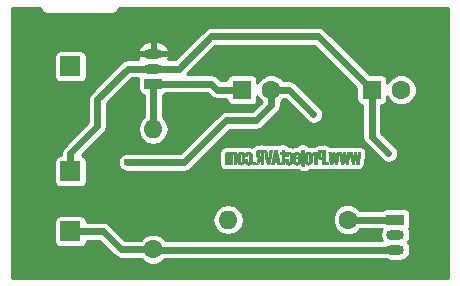
<source format=gbl>
G04 #@! TF.FileFunction,Copper,L2,Bot,Signal*
%FSLAX46Y46*%
G04 Gerber Fmt 4.6, Leading zero omitted, Abs format (unit mm)*
G04 Created by KiCad (PCBNEW 4.0.5) date 07/12/17 21:06:26*
%MOMM*%
%LPD*%
G01*
G04 APERTURE LIST*
%ADD10C,0.100000*%
%ADD11C,0.010000*%
%ADD12R,1.600000X1.600000*%
%ADD13C,1.600000*%
%ADD14R,1.700000X1.700000*%
%ADD15O,1.500000X0.900000*%
%ADD16R,1.500000X0.900000*%
%ADD17O,1.600000X1.600000*%
%ADD18C,0.600000*%
%ADD19C,0.600000*%
%ADD20C,0.254000*%
G04 APERTURE END LIST*
D10*
D11*
G36*
X130032125Y-104313591D02*
X130032567Y-104448231D01*
X130033827Y-104571796D01*
X130035809Y-104680578D01*
X130038414Y-104770870D01*
X130041546Y-104838966D01*
X130045107Y-104881158D01*
X130047318Y-104892268D01*
X130079942Y-104935841D01*
X130136119Y-104966409D01*
X130209186Y-104980719D01*
X130229775Y-104981375D01*
X130302000Y-104981375D01*
X130302000Y-104918433D01*
X130296627Y-104870387D01*
X130278065Y-104843405D01*
X130270250Y-104838500D01*
X130261594Y-104832809D01*
X130254673Y-104823801D01*
X130249292Y-104808181D01*
X130245259Y-104782652D01*
X130242379Y-104743917D01*
X130240459Y-104688680D01*
X130239305Y-104613645D01*
X130238724Y-104515515D01*
X130238521Y-104390994D01*
X130238500Y-104298191D01*
X130238500Y-103774875D01*
X130032125Y-103774875D01*
X130032125Y-104313591D01*
X130032125Y-104313591D01*
G37*
X130032125Y-104313591D02*
X130032567Y-104448231D01*
X130033827Y-104571796D01*
X130035809Y-104680578D01*
X130038414Y-104770870D01*
X130041546Y-104838966D01*
X130045107Y-104881158D01*
X130047318Y-104892268D01*
X130079942Y-104935841D01*
X130136119Y-104966409D01*
X130209186Y-104980719D01*
X130229775Y-104981375D01*
X130302000Y-104981375D01*
X130302000Y-104918433D01*
X130296627Y-104870387D01*
X130278065Y-104843405D01*
X130270250Y-104838500D01*
X130261594Y-104832809D01*
X130254673Y-104823801D01*
X130249292Y-104808181D01*
X130245259Y-104782652D01*
X130242379Y-104743917D01*
X130240459Y-104688680D01*
X130239305Y-104613645D01*
X130238724Y-104515515D01*
X130238521Y-104390994D01*
X130238500Y-104298191D01*
X130238500Y-103774875D01*
X130032125Y-103774875D01*
X130032125Y-104313591D01*
G36*
X130510300Y-103774055D02*
X130435212Y-103813141D01*
X130393151Y-103852584D01*
X130367904Y-103886841D01*
X130348881Y-103924831D01*
X130335252Y-103971477D01*
X130326190Y-104031697D01*
X130320867Y-104110413D01*
X130318454Y-104212544D01*
X130318053Y-104298750D01*
X130318982Y-104394097D01*
X130321556Y-104482497D01*
X130325451Y-104557328D01*
X130330347Y-104611967D01*
X130334449Y-104635600D01*
X130367476Y-104708123D01*
X130419628Y-104771328D01*
X130481833Y-104814456D01*
X130487281Y-104816846D01*
X130549072Y-104832332D01*
X130624631Y-104837086D01*
X130699066Y-104831155D01*
X130754438Y-104815999D01*
X130814552Y-104776699D01*
X130868539Y-104720108D01*
X130904172Y-104659053D01*
X130904241Y-104658872D01*
X130909940Y-104627605D01*
X130914688Y-104569176D01*
X130918273Y-104488165D01*
X130920484Y-104389153D01*
X130921100Y-104295991D01*
X130714750Y-104295991D01*
X130714423Y-104405153D01*
X130713212Y-104486992D01*
X130710774Y-104545933D01*
X130706767Y-104586398D01*
X130700847Y-104612811D01*
X130692671Y-104629596D01*
X130688478Y-104634843D01*
X130647640Y-104659690D01*
X130600109Y-104661168D01*
X130558658Y-104639850D01*
X130548963Y-104628592D01*
X130539915Y-104610297D01*
X130533288Y-104582029D01*
X130528745Y-104539298D01*
X130525951Y-104477612D01*
X130524568Y-104392480D01*
X130524250Y-104298750D01*
X130524702Y-104190257D01*
X130526279Y-104109013D01*
X130529320Y-104050527D01*
X130534161Y-104010306D01*
X130541137Y-103983860D01*
X130548963Y-103968907D01*
X130586162Y-103940291D01*
X130633654Y-103935375D01*
X130679773Y-103954926D01*
X130685719Y-103959897D01*
X130695786Y-103971609D01*
X130703235Y-103988904D01*
X130708453Y-104016264D01*
X130711826Y-104058167D01*
X130713741Y-104119092D01*
X130714585Y-104203518D01*
X130714750Y-104295991D01*
X130921100Y-104295991D01*
X130921125Y-104292275D01*
X130920943Y-104182550D01*
X130920084Y-104099561D01*
X130918079Y-104038295D01*
X130914460Y-103993737D01*
X130908757Y-103960876D01*
X130900503Y-103934697D01*
X130889229Y-103910187D01*
X130884570Y-103901240D01*
X130832928Y-103835070D01*
X130762763Y-103788582D01*
X130680992Y-103762461D01*
X130594532Y-103757390D01*
X130510300Y-103774055D01*
X130510300Y-103774055D01*
G37*
X130510300Y-103774055D02*
X130435212Y-103813141D01*
X130393151Y-103852584D01*
X130367904Y-103886841D01*
X130348881Y-103924831D01*
X130335252Y-103971477D01*
X130326190Y-104031697D01*
X130320867Y-104110413D01*
X130318454Y-104212544D01*
X130318053Y-104298750D01*
X130318982Y-104394097D01*
X130321556Y-104482497D01*
X130325451Y-104557328D01*
X130330347Y-104611967D01*
X130334449Y-104635600D01*
X130367476Y-104708123D01*
X130419628Y-104771328D01*
X130481833Y-104814456D01*
X130487281Y-104816846D01*
X130549072Y-104832332D01*
X130624631Y-104837086D01*
X130699066Y-104831155D01*
X130754438Y-104815999D01*
X130814552Y-104776699D01*
X130868539Y-104720108D01*
X130904172Y-104659053D01*
X130904241Y-104658872D01*
X130909940Y-104627605D01*
X130914688Y-104569176D01*
X130918273Y-104488165D01*
X130920484Y-104389153D01*
X130921100Y-104295991D01*
X130714750Y-104295991D01*
X130714423Y-104405153D01*
X130713212Y-104486992D01*
X130710774Y-104545933D01*
X130706767Y-104586398D01*
X130700847Y-104612811D01*
X130692671Y-104629596D01*
X130688478Y-104634843D01*
X130647640Y-104659690D01*
X130600109Y-104661168D01*
X130558658Y-104639850D01*
X130548963Y-104628592D01*
X130539915Y-104610297D01*
X130533288Y-104582029D01*
X130528745Y-104539298D01*
X130525951Y-104477612D01*
X130524568Y-104392480D01*
X130524250Y-104298750D01*
X130524702Y-104190257D01*
X130526279Y-104109013D01*
X130529320Y-104050527D01*
X130534161Y-104010306D01*
X130541137Y-103983860D01*
X130548963Y-103968907D01*
X130586162Y-103940291D01*
X130633654Y-103935375D01*
X130679773Y-103954926D01*
X130685719Y-103959897D01*
X130695786Y-103971609D01*
X130703235Y-103988904D01*
X130708453Y-104016264D01*
X130711826Y-104058167D01*
X130713741Y-104119092D01*
X130714585Y-104203518D01*
X130714750Y-104295991D01*
X130921100Y-104295991D01*
X130921125Y-104292275D01*
X130920943Y-104182550D01*
X130920084Y-104099561D01*
X130918079Y-104038295D01*
X130914460Y-103993737D01*
X130908757Y-103960876D01*
X130900503Y-103934697D01*
X130889229Y-103910187D01*
X130884570Y-103901240D01*
X130832928Y-103835070D01*
X130762763Y-103788582D01*
X130680992Y-103762461D01*
X130594532Y-103757390D01*
X130510300Y-103774055D01*
G36*
X129533207Y-103772763D02*
X129470778Y-103797503D01*
X129418483Y-103841576D01*
X129390169Y-103876175D01*
X129375999Y-103899114D01*
X129366146Y-103927644D01*
X129359595Y-103968205D01*
X129355331Y-104027239D01*
X129352339Y-104111186D01*
X129352175Y-104117288D01*
X129346911Y-104314625D01*
X129730500Y-104314625D01*
X129730500Y-104453967D01*
X129727218Y-104542791D01*
X129716206Y-104604281D01*
X129695721Y-104642283D01*
X129664015Y-104660644D01*
X129635250Y-104663875D01*
X129588595Y-104651792D01*
X129557897Y-104614649D01*
X129542369Y-104551096D01*
X129540000Y-104501592D01*
X129540000Y-104409875D01*
X129346242Y-104409875D01*
X129351840Y-104543660D01*
X129358849Y-104628335D01*
X129374238Y-104690372D01*
X129401972Y-104738573D01*
X129446017Y-104781744D01*
X129466083Y-104797341D01*
X129520383Y-104822358D01*
X129592707Y-104835245D01*
X129671587Y-104835630D01*
X129745554Y-104823143D01*
X129786063Y-104807695D01*
X129836915Y-104772459D01*
X129882003Y-104726639D01*
X129889250Y-104716774D01*
X129902324Y-104696550D01*
X129912229Y-104676432D01*
X129919482Y-104651777D01*
X129924596Y-104617944D01*
X129928086Y-104570293D01*
X129930467Y-104504182D01*
X129932254Y-104414969D01*
X129933713Y-104315840D01*
X129935166Y-104202796D01*
X129935702Y-104116705D01*
X129935253Y-104078960D01*
X129730500Y-104078960D01*
X129730500Y-104171750D01*
X129535591Y-104171750D01*
X129544282Y-104075906D01*
X129554672Y-104004950D01*
X129572197Y-103960755D01*
X129599757Y-103938618D01*
X129631976Y-103933625D01*
X129681200Y-103943676D01*
X129712631Y-103975640D01*
X129728107Y-104032228D01*
X129730500Y-104078960D01*
X129935253Y-104078960D01*
X129934941Y-104052771D01*
X129932506Y-104006201D01*
X129928019Y-103972202D01*
X129921101Y-103945979D01*
X129911375Y-103922739D01*
X129901126Y-103902712D01*
X129848463Y-103831427D01*
X129778404Y-103785313D01*
X129689246Y-103763531D01*
X129615914Y-103762238D01*
X129533207Y-103772763D01*
X129533207Y-103772763D01*
G37*
X129533207Y-103772763D02*
X129470778Y-103797503D01*
X129418483Y-103841576D01*
X129390169Y-103876175D01*
X129375999Y-103899114D01*
X129366146Y-103927644D01*
X129359595Y-103968205D01*
X129355331Y-104027239D01*
X129352339Y-104111186D01*
X129352175Y-104117288D01*
X129346911Y-104314625D01*
X129730500Y-104314625D01*
X129730500Y-104453967D01*
X129727218Y-104542791D01*
X129716206Y-104604281D01*
X129695721Y-104642283D01*
X129664015Y-104660644D01*
X129635250Y-104663875D01*
X129588595Y-104651792D01*
X129557897Y-104614649D01*
X129542369Y-104551096D01*
X129540000Y-104501592D01*
X129540000Y-104409875D01*
X129346242Y-104409875D01*
X129351840Y-104543660D01*
X129358849Y-104628335D01*
X129374238Y-104690372D01*
X129401972Y-104738573D01*
X129446017Y-104781744D01*
X129466083Y-104797341D01*
X129520383Y-104822358D01*
X129592707Y-104835245D01*
X129671587Y-104835630D01*
X129745554Y-104823143D01*
X129786063Y-104807695D01*
X129836915Y-104772459D01*
X129882003Y-104726639D01*
X129889250Y-104716774D01*
X129902324Y-104696550D01*
X129912229Y-104676432D01*
X129919482Y-104651777D01*
X129924596Y-104617944D01*
X129928086Y-104570293D01*
X129930467Y-104504182D01*
X129932254Y-104414969D01*
X129933713Y-104315840D01*
X129935166Y-104202796D01*
X129935702Y-104116705D01*
X129935253Y-104078960D01*
X129730500Y-104078960D01*
X129730500Y-104171750D01*
X129535591Y-104171750D01*
X129544282Y-104075906D01*
X129554672Y-104004950D01*
X129572197Y-103960755D01*
X129599757Y-103938618D01*
X129631976Y-103933625D01*
X129681200Y-103943676D01*
X129712631Y-103975640D01*
X129728107Y-104032228D01*
X129730500Y-104078960D01*
X129935253Y-104078960D01*
X129934941Y-104052771D01*
X129932506Y-104006201D01*
X129928019Y-103972202D01*
X129921101Y-103945979D01*
X129911375Y-103922739D01*
X129901126Y-103902712D01*
X129848463Y-103831427D01*
X129778404Y-103785313D01*
X129689246Y-103763531D01*
X129615914Y-103762238D01*
X129533207Y-103772763D01*
G36*
X128851402Y-103777750D02*
X128777530Y-103813550D01*
X128726063Y-103871142D01*
X128695518Y-103952030D01*
X128685418Y-104029382D01*
X128679168Y-104140000D01*
X128889125Y-104140000D01*
X128889125Y-104055862D01*
X128893930Y-103991871D01*
X128910474Y-103953585D01*
X128941949Y-103936128D01*
X128969215Y-103933625D01*
X128999767Y-103935780D01*
X129022960Y-103944781D01*
X129039795Y-103964432D01*
X129051275Y-103998536D01*
X129058402Y-104050897D01*
X129062178Y-104125318D01*
X129063604Y-104225603D01*
X129063750Y-104292498D01*
X129063106Y-104410972D01*
X129060538Y-104501423D01*
X129055095Y-104567563D01*
X129045824Y-104613104D01*
X129031773Y-104641758D01*
X129011990Y-104657237D01*
X128985524Y-104663253D01*
X128968500Y-104663875D01*
X128921845Y-104651792D01*
X128891147Y-104614649D01*
X128875619Y-104551096D01*
X128873250Y-104501592D01*
X128873250Y-104409875D01*
X128679492Y-104409875D01*
X128685090Y-104543660D01*
X128692099Y-104628335D01*
X128707488Y-104690372D01*
X128735222Y-104738573D01*
X128779267Y-104781744D01*
X128799333Y-104797341D01*
X128853633Y-104822358D01*
X128925957Y-104835245D01*
X129004837Y-104835630D01*
X129078804Y-104823143D01*
X129119313Y-104807695D01*
X129170165Y-104772459D01*
X129215253Y-104726639D01*
X129222500Y-104716774D01*
X129235574Y-104696550D01*
X129245479Y-104676432D01*
X129252732Y-104651777D01*
X129257846Y-104617944D01*
X129261336Y-104570293D01*
X129263717Y-104504182D01*
X129265504Y-104414969D01*
X129266963Y-104315840D01*
X129268416Y-104202796D01*
X129268952Y-104116705D01*
X129268191Y-104052771D01*
X129265756Y-104006201D01*
X129261269Y-103972202D01*
X129254351Y-103945979D01*
X129244625Y-103922739D01*
X129234376Y-103902712D01*
X129181713Y-103831427D01*
X129111654Y-103785313D01*
X129022496Y-103763531D01*
X128949164Y-103762238D01*
X128851402Y-103777750D01*
X128851402Y-103777750D01*
G37*
X128851402Y-103777750D02*
X128777530Y-103813550D01*
X128726063Y-103871142D01*
X128695518Y-103952030D01*
X128685418Y-104029382D01*
X128679168Y-104140000D01*
X128889125Y-104140000D01*
X128889125Y-104055862D01*
X128893930Y-103991871D01*
X128910474Y-103953585D01*
X128941949Y-103936128D01*
X128969215Y-103933625D01*
X128999767Y-103935780D01*
X129022960Y-103944781D01*
X129039795Y-103964432D01*
X129051275Y-103998536D01*
X129058402Y-104050897D01*
X129062178Y-104125318D01*
X129063604Y-104225603D01*
X129063750Y-104292498D01*
X129063106Y-104410972D01*
X129060538Y-104501423D01*
X129055095Y-104567563D01*
X129045824Y-104613104D01*
X129031773Y-104641758D01*
X129011990Y-104657237D01*
X128985524Y-104663253D01*
X128968500Y-104663875D01*
X128921845Y-104651792D01*
X128891147Y-104614649D01*
X128875619Y-104551096D01*
X128873250Y-104501592D01*
X128873250Y-104409875D01*
X128679492Y-104409875D01*
X128685090Y-104543660D01*
X128692099Y-104628335D01*
X128707488Y-104690372D01*
X128735222Y-104738573D01*
X128779267Y-104781744D01*
X128799333Y-104797341D01*
X128853633Y-104822358D01*
X128925957Y-104835245D01*
X129004837Y-104835630D01*
X129078804Y-104823143D01*
X129119313Y-104807695D01*
X129170165Y-104772459D01*
X129215253Y-104726639D01*
X129222500Y-104716774D01*
X129235574Y-104696550D01*
X129245479Y-104676432D01*
X129252732Y-104651777D01*
X129257846Y-104617944D01*
X129261336Y-104570293D01*
X129263717Y-104504182D01*
X129265504Y-104414969D01*
X129266963Y-104315840D01*
X129268416Y-104202796D01*
X129268952Y-104116705D01*
X129268191Y-104052771D01*
X129265756Y-104006201D01*
X129261269Y-103972202D01*
X129254351Y-103945979D01*
X129244625Y-103922739D01*
X129234376Y-103902712D01*
X129181713Y-103831427D01*
X129111654Y-103785313D01*
X129022496Y-103763531D01*
X128949164Y-103762238D01*
X128851402Y-103777750D01*
G36*
X125438277Y-103777750D02*
X125364405Y-103813550D01*
X125312938Y-103871142D01*
X125282393Y-103952030D01*
X125272293Y-104029382D01*
X125266043Y-104140000D01*
X125476000Y-104140000D01*
X125476000Y-104055862D01*
X125480805Y-103991871D01*
X125497349Y-103953585D01*
X125528824Y-103936128D01*
X125556090Y-103933625D01*
X125586642Y-103935780D01*
X125609835Y-103944781D01*
X125626670Y-103964432D01*
X125638150Y-103998536D01*
X125645277Y-104050897D01*
X125649053Y-104125318D01*
X125650479Y-104225603D01*
X125650625Y-104292498D01*
X125649981Y-104410972D01*
X125647413Y-104501423D01*
X125641970Y-104567563D01*
X125632699Y-104613104D01*
X125618648Y-104641758D01*
X125598865Y-104657237D01*
X125572399Y-104663253D01*
X125555375Y-104663875D01*
X125508720Y-104651792D01*
X125478022Y-104614649D01*
X125462494Y-104551096D01*
X125460125Y-104501592D01*
X125460125Y-104409875D01*
X125266367Y-104409875D01*
X125271965Y-104543660D01*
X125278974Y-104628335D01*
X125294363Y-104690372D01*
X125322097Y-104738573D01*
X125366142Y-104781744D01*
X125386208Y-104797341D01*
X125440508Y-104822358D01*
X125512832Y-104835245D01*
X125591712Y-104835630D01*
X125665679Y-104823143D01*
X125706188Y-104807695D01*
X125757040Y-104772459D01*
X125802128Y-104726639D01*
X125809375Y-104716774D01*
X125822449Y-104696550D01*
X125832354Y-104676432D01*
X125839607Y-104651777D01*
X125844721Y-104617944D01*
X125848211Y-104570293D01*
X125850592Y-104504182D01*
X125852379Y-104414969D01*
X125853838Y-104315840D01*
X125855291Y-104202796D01*
X125855827Y-104116705D01*
X125855066Y-104052771D01*
X125852631Y-104006201D01*
X125848144Y-103972202D01*
X125841226Y-103945979D01*
X125831500Y-103922739D01*
X125821251Y-103902712D01*
X125768588Y-103831427D01*
X125698529Y-103785313D01*
X125609371Y-103763531D01*
X125536039Y-103762238D01*
X125438277Y-103777750D01*
X125438277Y-103777750D01*
G37*
X125438277Y-103777750D02*
X125364405Y-103813550D01*
X125312938Y-103871142D01*
X125282393Y-103952030D01*
X125272293Y-104029382D01*
X125266043Y-104140000D01*
X125476000Y-104140000D01*
X125476000Y-104055862D01*
X125480805Y-103991871D01*
X125497349Y-103953585D01*
X125528824Y-103936128D01*
X125556090Y-103933625D01*
X125586642Y-103935780D01*
X125609835Y-103944781D01*
X125626670Y-103964432D01*
X125638150Y-103998536D01*
X125645277Y-104050897D01*
X125649053Y-104125318D01*
X125650479Y-104225603D01*
X125650625Y-104292498D01*
X125649981Y-104410972D01*
X125647413Y-104501423D01*
X125641970Y-104567563D01*
X125632699Y-104613104D01*
X125618648Y-104641758D01*
X125598865Y-104657237D01*
X125572399Y-104663253D01*
X125555375Y-104663875D01*
X125508720Y-104651792D01*
X125478022Y-104614649D01*
X125462494Y-104551096D01*
X125460125Y-104501592D01*
X125460125Y-104409875D01*
X125266367Y-104409875D01*
X125271965Y-104543660D01*
X125278974Y-104628335D01*
X125294363Y-104690372D01*
X125322097Y-104738573D01*
X125366142Y-104781744D01*
X125386208Y-104797341D01*
X125440508Y-104822358D01*
X125512832Y-104835245D01*
X125591712Y-104835630D01*
X125665679Y-104823143D01*
X125706188Y-104807695D01*
X125757040Y-104772459D01*
X125802128Y-104726639D01*
X125809375Y-104716774D01*
X125822449Y-104696550D01*
X125832354Y-104676432D01*
X125839607Y-104651777D01*
X125844721Y-104617944D01*
X125848211Y-104570293D01*
X125850592Y-104504182D01*
X125852379Y-104414969D01*
X125853838Y-104315840D01*
X125855291Y-104202796D01*
X125855827Y-104116705D01*
X125855066Y-104052771D01*
X125852631Y-104006201D01*
X125848144Y-103972202D01*
X125841226Y-103945979D01*
X125831500Y-103922739D01*
X125821251Y-103902712D01*
X125768588Y-103831427D01*
X125698529Y-103785313D01*
X125609371Y-103763531D01*
X125536039Y-103762238D01*
X125438277Y-103777750D01*
G36*
X124811175Y-103774055D02*
X124736087Y-103813141D01*
X124694026Y-103852584D01*
X124668779Y-103886841D01*
X124649756Y-103924831D01*
X124636127Y-103971477D01*
X124627065Y-104031697D01*
X124621742Y-104110413D01*
X124619329Y-104212544D01*
X124618928Y-104298750D01*
X124619857Y-104394097D01*
X124622431Y-104482497D01*
X124626326Y-104557328D01*
X124631222Y-104611967D01*
X124635324Y-104635600D01*
X124668351Y-104708123D01*
X124720503Y-104771328D01*
X124782708Y-104814456D01*
X124788156Y-104816846D01*
X124849947Y-104832332D01*
X124925506Y-104837086D01*
X124999941Y-104831155D01*
X125055313Y-104815999D01*
X125115427Y-104776699D01*
X125169414Y-104720108D01*
X125205047Y-104659053D01*
X125205116Y-104658872D01*
X125210815Y-104627605D01*
X125215563Y-104569176D01*
X125219148Y-104488165D01*
X125221359Y-104389153D01*
X125221975Y-104295991D01*
X125015625Y-104295991D01*
X125015298Y-104405153D01*
X125014087Y-104486992D01*
X125011649Y-104545933D01*
X125007642Y-104586398D01*
X125001722Y-104612811D01*
X124993546Y-104629596D01*
X124989353Y-104634843D01*
X124948515Y-104659690D01*
X124900984Y-104661168D01*
X124859533Y-104639850D01*
X124849838Y-104628592D01*
X124840790Y-104610297D01*
X124834163Y-104582029D01*
X124829620Y-104539298D01*
X124826826Y-104477612D01*
X124825443Y-104392480D01*
X124825125Y-104298750D01*
X124825577Y-104190257D01*
X124827154Y-104109013D01*
X124830195Y-104050527D01*
X124835036Y-104010306D01*
X124842012Y-103983860D01*
X124849838Y-103968907D01*
X124887037Y-103940291D01*
X124934529Y-103935375D01*
X124980648Y-103954926D01*
X124986594Y-103959897D01*
X124996661Y-103971609D01*
X125004110Y-103988904D01*
X125009328Y-104016264D01*
X125012701Y-104058167D01*
X125014616Y-104119092D01*
X125015460Y-104203518D01*
X125015625Y-104295991D01*
X125221975Y-104295991D01*
X125222000Y-104292275D01*
X125221818Y-104182550D01*
X125220959Y-104099561D01*
X125218954Y-104038295D01*
X125215335Y-103993737D01*
X125209632Y-103960876D01*
X125201378Y-103934697D01*
X125190104Y-103910187D01*
X125185445Y-103901240D01*
X125133803Y-103835070D01*
X125063638Y-103788582D01*
X124981867Y-103762461D01*
X124895407Y-103757390D01*
X124811175Y-103774055D01*
X124811175Y-103774055D01*
G37*
X124811175Y-103774055D02*
X124736087Y-103813141D01*
X124694026Y-103852584D01*
X124668779Y-103886841D01*
X124649756Y-103924831D01*
X124636127Y-103971477D01*
X124627065Y-104031697D01*
X124621742Y-104110413D01*
X124619329Y-104212544D01*
X124618928Y-104298750D01*
X124619857Y-104394097D01*
X124622431Y-104482497D01*
X124626326Y-104557328D01*
X124631222Y-104611967D01*
X124635324Y-104635600D01*
X124668351Y-104708123D01*
X124720503Y-104771328D01*
X124782708Y-104814456D01*
X124788156Y-104816846D01*
X124849947Y-104832332D01*
X124925506Y-104837086D01*
X124999941Y-104831155D01*
X125055313Y-104815999D01*
X125115427Y-104776699D01*
X125169414Y-104720108D01*
X125205047Y-104659053D01*
X125205116Y-104658872D01*
X125210815Y-104627605D01*
X125215563Y-104569176D01*
X125219148Y-104488165D01*
X125221359Y-104389153D01*
X125221975Y-104295991D01*
X125015625Y-104295991D01*
X125015298Y-104405153D01*
X125014087Y-104486992D01*
X125011649Y-104545933D01*
X125007642Y-104586398D01*
X125001722Y-104612811D01*
X124993546Y-104629596D01*
X124989353Y-104634843D01*
X124948515Y-104659690D01*
X124900984Y-104661168D01*
X124859533Y-104639850D01*
X124849838Y-104628592D01*
X124840790Y-104610297D01*
X124834163Y-104582029D01*
X124829620Y-104539298D01*
X124826826Y-104477612D01*
X124825443Y-104392480D01*
X124825125Y-104298750D01*
X124825577Y-104190257D01*
X124827154Y-104109013D01*
X124830195Y-104050527D01*
X124835036Y-104010306D01*
X124842012Y-103983860D01*
X124849838Y-103968907D01*
X124887037Y-103940291D01*
X124934529Y-103935375D01*
X124980648Y-103954926D01*
X124986594Y-103959897D01*
X124996661Y-103971609D01*
X125004110Y-103988904D01*
X125009328Y-104016264D01*
X125012701Y-104058167D01*
X125014616Y-104119092D01*
X125015460Y-104203518D01*
X125015625Y-104295991D01*
X125221975Y-104295991D01*
X125222000Y-104292275D01*
X125221818Y-104182550D01*
X125220959Y-104099561D01*
X125218954Y-104038295D01*
X125215335Y-103993737D01*
X125209632Y-103960876D01*
X125201378Y-103934697D01*
X125190104Y-103910187D01*
X125185445Y-103901240D01*
X125133803Y-103835070D01*
X125063638Y-103788582D01*
X124981867Y-103762461D01*
X124895407Y-103757390D01*
X124811175Y-103774055D01*
G36*
X134867110Y-103774864D02*
X134846912Y-103780706D01*
X134832222Y-103795651D01*
X134821342Y-103823603D01*
X134812572Y-103868466D01*
X134804213Y-103934144D01*
X134794567Y-104024540D01*
X134785751Y-104108250D01*
X134776504Y-104192764D01*
X134768189Y-104265292D01*
X134761464Y-104320358D01*
X134756988Y-104352485D01*
X134755683Y-104358449D01*
X134752059Y-104345026D01*
X134744347Y-104305236D01*
X134733443Y-104244070D01*
X134720241Y-104166518D01*
X134708705Y-104096511D01*
X134691253Y-103988295D01*
X134677834Y-103907376D01*
X134666786Y-103849818D01*
X134656448Y-103811683D01*
X134645156Y-103789035D01*
X134631250Y-103777935D01*
X134613067Y-103774446D01*
X134588945Y-103774632D01*
X134572935Y-103774875D01*
X134496260Y-103774875D01*
X134479258Y-103874093D01*
X134469179Y-103934048D01*
X134456230Y-104012657D01*
X134442497Y-104097212D01*
X134435629Y-104140000D01*
X134423725Y-104209681D01*
X134412400Y-104267497D01*
X134403132Y-104306352D01*
X134398397Y-104318809D01*
X134393441Y-104307883D01*
X134386189Y-104270104D01*
X134377352Y-104210228D01*
X134367637Y-104133010D01*
X134358760Y-104052903D01*
X134329727Y-103774875D01*
X134236739Y-103774875D01*
X134178292Y-103777660D01*
X134148951Y-103786329D01*
X134144416Y-103794718D01*
X134146876Y-103814773D01*
X134153536Y-103862296D01*
X134163822Y-103933363D01*
X134177159Y-104024053D01*
X134192971Y-104130445D01*
X134210684Y-104248616D01*
X134220638Y-104314625D01*
X134296195Y-104814687D01*
X134488665Y-104824027D01*
X134516862Y-104636795D01*
X134535997Y-104510063D01*
X134551058Y-104411643D01*
X134562648Y-104338443D01*
X134571366Y-104287370D01*
X134577816Y-104255331D01*
X134582597Y-104239234D01*
X134586311Y-104235988D01*
X134589560Y-104242499D01*
X134591859Y-104251125D01*
X134597577Y-104279688D01*
X134607262Y-104333440D01*
X134619845Y-104406223D01*
X134634256Y-104491876D01*
X134644945Y-104556718D01*
X134688401Y-104822625D01*
X134780898Y-104822625D01*
X134833550Y-104821338D01*
X134862668Y-104815542D01*
X134876428Y-104802327D01*
X134881345Y-104786906D01*
X134885668Y-104762628D01*
X134893817Y-104712446D01*
X134905080Y-104641048D01*
X134918746Y-104553116D01*
X134934106Y-104453338D01*
X134950448Y-104346396D01*
X134967061Y-104236978D01*
X134983234Y-104129767D01*
X134998257Y-104029449D01*
X135011419Y-103940709D01*
X135022008Y-103868232D01*
X135029315Y-103816703D01*
X135032628Y-103790808D01*
X135032750Y-103788990D01*
X135018280Y-103781763D01*
X134980456Y-103776673D01*
X134930824Y-103774875D01*
X134894514Y-103774221D01*
X134867110Y-103774864D01*
X134867110Y-103774864D01*
G37*
X134867110Y-103774864D02*
X134846912Y-103780706D01*
X134832222Y-103795651D01*
X134821342Y-103823603D01*
X134812572Y-103868466D01*
X134804213Y-103934144D01*
X134794567Y-104024540D01*
X134785751Y-104108250D01*
X134776504Y-104192764D01*
X134768189Y-104265292D01*
X134761464Y-104320358D01*
X134756988Y-104352485D01*
X134755683Y-104358449D01*
X134752059Y-104345026D01*
X134744347Y-104305236D01*
X134733443Y-104244070D01*
X134720241Y-104166518D01*
X134708705Y-104096511D01*
X134691253Y-103988295D01*
X134677834Y-103907376D01*
X134666786Y-103849818D01*
X134656448Y-103811683D01*
X134645156Y-103789035D01*
X134631250Y-103777935D01*
X134613067Y-103774446D01*
X134588945Y-103774632D01*
X134572935Y-103774875D01*
X134496260Y-103774875D01*
X134479258Y-103874093D01*
X134469179Y-103934048D01*
X134456230Y-104012657D01*
X134442497Y-104097212D01*
X134435629Y-104140000D01*
X134423725Y-104209681D01*
X134412400Y-104267497D01*
X134403132Y-104306352D01*
X134398397Y-104318809D01*
X134393441Y-104307883D01*
X134386189Y-104270104D01*
X134377352Y-104210228D01*
X134367637Y-104133010D01*
X134358760Y-104052903D01*
X134329727Y-103774875D01*
X134236739Y-103774875D01*
X134178292Y-103777660D01*
X134148951Y-103786329D01*
X134144416Y-103794718D01*
X134146876Y-103814773D01*
X134153536Y-103862296D01*
X134163822Y-103933363D01*
X134177159Y-104024053D01*
X134192971Y-104130445D01*
X134210684Y-104248616D01*
X134220638Y-104314625D01*
X134296195Y-104814687D01*
X134488665Y-104824027D01*
X134516862Y-104636795D01*
X134535997Y-104510063D01*
X134551058Y-104411643D01*
X134562648Y-104338443D01*
X134571366Y-104287370D01*
X134577816Y-104255331D01*
X134582597Y-104239234D01*
X134586311Y-104235988D01*
X134589560Y-104242499D01*
X134591859Y-104251125D01*
X134597577Y-104279688D01*
X134607262Y-104333440D01*
X134619845Y-104406223D01*
X134634256Y-104491876D01*
X134644945Y-104556718D01*
X134688401Y-104822625D01*
X134780898Y-104822625D01*
X134833550Y-104821338D01*
X134862668Y-104815542D01*
X134876428Y-104802327D01*
X134881345Y-104786906D01*
X134885668Y-104762628D01*
X134893817Y-104712446D01*
X134905080Y-104641048D01*
X134918746Y-104553116D01*
X134934106Y-104453338D01*
X134950448Y-104346396D01*
X134967061Y-104236978D01*
X134983234Y-104129767D01*
X134998257Y-104029449D01*
X135011419Y-103940709D01*
X135022008Y-103868232D01*
X135029315Y-103816703D01*
X135032628Y-103790808D01*
X135032750Y-103788990D01*
X135018280Y-103781763D01*
X134980456Y-103776673D01*
X134930824Y-103774875D01*
X134894514Y-103774221D01*
X134867110Y-103774864D01*
G36*
X133962235Y-103774864D02*
X133942037Y-103780706D01*
X133927347Y-103795651D01*
X133916467Y-103823603D01*
X133907697Y-103868466D01*
X133899338Y-103934144D01*
X133889692Y-104024540D01*
X133880876Y-104108250D01*
X133871629Y-104192764D01*
X133863314Y-104265292D01*
X133856589Y-104320358D01*
X133852113Y-104352485D01*
X133850808Y-104358449D01*
X133847184Y-104345026D01*
X133839472Y-104305236D01*
X133828568Y-104244070D01*
X133815366Y-104166518D01*
X133803830Y-104096511D01*
X133786378Y-103988295D01*
X133772959Y-103907376D01*
X133761911Y-103849818D01*
X133751573Y-103811683D01*
X133740281Y-103789035D01*
X133726375Y-103777935D01*
X133708192Y-103774446D01*
X133684070Y-103774632D01*
X133668060Y-103774875D01*
X133591385Y-103774875D01*
X133574383Y-103874093D01*
X133564304Y-103934048D01*
X133551355Y-104012657D01*
X133537622Y-104097212D01*
X133530754Y-104140000D01*
X133518850Y-104209681D01*
X133507525Y-104267497D01*
X133498257Y-104306352D01*
X133493522Y-104318809D01*
X133488566Y-104307883D01*
X133481314Y-104270104D01*
X133472477Y-104210228D01*
X133462762Y-104133010D01*
X133453885Y-104052903D01*
X133424852Y-103774875D01*
X133331864Y-103774875D01*
X133273417Y-103777660D01*
X133244076Y-103786329D01*
X133239541Y-103794718D01*
X133242001Y-103814773D01*
X133248661Y-103862296D01*
X133258947Y-103933363D01*
X133272284Y-104024053D01*
X133288096Y-104130445D01*
X133305809Y-104248616D01*
X133315763Y-104314625D01*
X133391320Y-104814687D01*
X133583790Y-104824027D01*
X133611987Y-104636795D01*
X133631122Y-104510063D01*
X133646183Y-104411643D01*
X133657773Y-104338443D01*
X133666491Y-104287370D01*
X133672941Y-104255331D01*
X133677722Y-104239234D01*
X133681436Y-104235988D01*
X133684685Y-104242499D01*
X133686984Y-104251125D01*
X133692702Y-104279688D01*
X133702387Y-104333440D01*
X133714970Y-104406223D01*
X133729381Y-104491876D01*
X133740070Y-104556718D01*
X133783526Y-104822625D01*
X133876023Y-104822625D01*
X133928675Y-104821338D01*
X133957793Y-104815542D01*
X133971553Y-104802327D01*
X133976470Y-104786906D01*
X133980793Y-104762628D01*
X133988942Y-104712446D01*
X134000205Y-104641048D01*
X134013871Y-104553116D01*
X134029231Y-104453338D01*
X134045573Y-104346396D01*
X134062186Y-104236978D01*
X134078359Y-104129767D01*
X134093382Y-104029449D01*
X134106544Y-103940709D01*
X134117133Y-103868232D01*
X134124440Y-103816703D01*
X134127753Y-103790808D01*
X134127875Y-103788990D01*
X134113405Y-103781763D01*
X134075581Y-103776673D01*
X134025949Y-103774875D01*
X133989639Y-103774221D01*
X133962235Y-103774864D01*
X133962235Y-103774864D01*
G37*
X133962235Y-103774864D02*
X133942037Y-103780706D01*
X133927347Y-103795651D01*
X133916467Y-103823603D01*
X133907697Y-103868466D01*
X133899338Y-103934144D01*
X133889692Y-104024540D01*
X133880876Y-104108250D01*
X133871629Y-104192764D01*
X133863314Y-104265292D01*
X133856589Y-104320358D01*
X133852113Y-104352485D01*
X133850808Y-104358449D01*
X133847184Y-104345026D01*
X133839472Y-104305236D01*
X133828568Y-104244070D01*
X133815366Y-104166518D01*
X133803830Y-104096511D01*
X133786378Y-103988295D01*
X133772959Y-103907376D01*
X133761911Y-103849818D01*
X133751573Y-103811683D01*
X133740281Y-103789035D01*
X133726375Y-103777935D01*
X133708192Y-103774446D01*
X133684070Y-103774632D01*
X133668060Y-103774875D01*
X133591385Y-103774875D01*
X133574383Y-103874093D01*
X133564304Y-103934048D01*
X133551355Y-104012657D01*
X133537622Y-104097212D01*
X133530754Y-104140000D01*
X133518850Y-104209681D01*
X133507525Y-104267497D01*
X133498257Y-104306352D01*
X133493522Y-104318809D01*
X133488566Y-104307883D01*
X133481314Y-104270104D01*
X133472477Y-104210228D01*
X133462762Y-104133010D01*
X133453885Y-104052903D01*
X133424852Y-103774875D01*
X133331864Y-103774875D01*
X133273417Y-103777660D01*
X133244076Y-103786329D01*
X133239541Y-103794718D01*
X133242001Y-103814773D01*
X133248661Y-103862296D01*
X133258947Y-103933363D01*
X133272284Y-104024053D01*
X133288096Y-104130445D01*
X133305809Y-104248616D01*
X133315763Y-104314625D01*
X133391320Y-104814687D01*
X133583790Y-104824027D01*
X133611987Y-104636795D01*
X133631122Y-104510063D01*
X133646183Y-104411643D01*
X133657773Y-104338443D01*
X133666491Y-104287370D01*
X133672941Y-104255331D01*
X133677722Y-104239234D01*
X133681436Y-104235988D01*
X133684685Y-104242499D01*
X133686984Y-104251125D01*
X133692702Y-104279688D01*
X133702387Y-104333440D01*
X133714970Y-104406223D01*
X133729381Y-104491876D01*
X133740070Y-104556718D01*
X133783526Y-104822625D01*
X133876023Y-104822625D01*
X133928675Y-104821338D01*
X133957793Y-104815542D01*
X133971553Y-104802327D01*
X133976470Y-104786906D01*
X133980793Y-104762628D01*
X133988942Y-104712446D01*
X134000205Y-104641048D01*
X134013871Y-104553116D01*
X134029231Y-104453338D01*
X134045573Y-104346396D01*
X134062186Y-104236978D01*
X134078359Y-104129767D01*
X134093382Y-104029449D01*
X134106544Y-103940709D01*
X134117133Y-103868232D01*
X134124440Y-103816703D01*
X134127753Y-103790808D01*
X134127875Y-103788990D01*
X134113405Y-103781763D01*
X134075581Y-103776673D01*
X134025949Y-103774875D01*
X133989639Y-103774221D01*
X133962235Y-103774864D01*
G36*
X133057360Y-103774864D02*
X133037162Y-103780706D01*
X133022472Y-103795651D01*
X133011592Y-103823603D01*
X133002822Y-103868466D01*
X132994463Y-103934144D01*
X132984817Y-104024540D01*
X132976001Y-104108250D01*
X132966754Y-104192764D01*
X132958439Y-104265292D01*
X132951714Y-104320358D01*
X132947238Y-104352485D01*
X132945933Y-104358449D01*
X132942309Y-104345026D01*
X132934597Y-104305236D01*
X132923693Y-104244070D01*
X132910491Y-104166518D01*
X132898955Y-104096511D01*
X132881503Y-103988295D01*
X132868084Y-103907376D01*
X132857036Y-103849818D01*
X132846698Y-103811683D01*
X132835406Y-103789035D01*
X132821500Y-103777935D01*
X132803317Y-103774446D01*
X132779195Y-103774632D01*
X132763185Y-103774875D01*
X132686510Y-103774875D01*
X132669508Y-103874093D01*
X132659429Y-103934048D01*
X132646480Y-104012657D01*
X132632747Y-104097212D01*
X132625879Y-104140000D01*
X132613975Y-104209681D01*
X132602650Y-104267497D01*
X132593382Y-104306352D01*
X132588647Y-104318809D01*
X132583691Y-104307883D01*
X132576439Y-104270104D01*
X132567602Y-104210228D01*
X132557887Y-104133010D01*
X132549010Y-104052903D01*
X132519977Y-103774875D01*
X132426989Y-103774875D01*
X132368542Y-103777660D01*
X132339201Y-103786329D01*
X132334666Y-103794718D01*
X132337126Y-103814773D01*
X132343786Y-103862296D01*
X132354072Y-103933363D01*
X132367409Y-104024053D01*
X132383221Y-104130445D01*
X132400934Y-104248616D01*
X132410888Y-104314625D01*
X132486445Y-104814687D01*
X132678915Y-104824027D01*
X132707112Y-104636795D01*
X132726247Y-104510063D01*
X132741308Y-104411643D01*
X132752898Y-104338443D01*
X132761616Y-104287370D01*
X132768066Y-104255331D01*
X132772847Y-104239234D01*
X132776561Y-104235988D01*
X132779810Y-104242499D01*
X132782109Y-104251125D01*
X132787827Y-104279688D01*
X132797512Y-104333440D01*
X132810095Y-104406223D01*
X132824506Y-104491876D01*
X132835195Y-104556718D01*
X132878651Y-104822625D01*
X132971148Y-104822625D01*
X133023800Y-104821338D01*
X133052918Y-104815542D01*
X133066678Y-104802327D01*
X133071595Y-104786906D01*
X133075918Y-104762628D01*
X133084067Y-104712446D01*
X133095330Y-104641048D01*
X133108996Y-104553116D01*
X133124356Y-104453338D01*
X133140698Y-104346396D01*
X133157311Y-104236978D01*
X133173484Y-104129767D01*
X133188507Y-104029449D01*
X133201669Y-103940709D01*
X133212258Y-103868232D01*
X133219565Y-103816703D01*
X133222878Y-103790808D01*
X133223000Y-103788990D01*
X133208530Y-103781763D01*
X133170706Y-103776673D01*
X133121074Y-103774875D01*
X133084764Y-103774221D01*
X133057360Y-103774864D01*
X133057360Y-103774864D01*
G37*
X133057360Y-103774864D02*
X133037162Y-103780706D01*
X133022472Y-103795651D01*
X133011592Y-103823603D01*
X133002822Y-103868466D01*
X132994463Y-103934144D01*
X132984817Y-104024540D01*
X132976001Y-104108250D01*
X132966754Y-104192764D01*
X132958439Y-104265292D01*
X132951714Y-104320358D01*
X132947238Y-104352485D01*
X132945933Y-104358449D01*
X132942309Y-104345026D01*
X132934597Y-104305236D01*
X132923693Y-104244070D01*
X132910491Y-104166518D01*
X132898955Y-104096511D01*
X132881503Y-103988295D01*
X132868084Y-103907376D01*
X132857036Y-103849818D01*
X132846698Y-103811683D01*
X132835406Y-103789035D01*
X132821500Y-103777935D01*
X132803317Y-103774446D01*
X132779195Y-103774632D01*
X132763185Y-103774875D01*
X132686510Y-103774875D01*
X132669508Y-103874093D01*
X132659429Y-103934048D01*
X132646480Y-104012657D01*
X132632747Y-104097212D01*
X132625879Y-104140000D01*
X132613975Y-104209681D01*
X132602650Y-104267497D01*
X132593382Y-104306352D01*
X132588647Y-104318809D01*
X132583691Y-104307883D01*
X132576439Y-104270104D01*
X132567602Y-104210228D01*
X132557887Y-104133010D01*
X132549010Y-104052903D01*
X132519977Y-103774875D01*
X132426989Y-103774875D01*
X132368542Y-103777660D01*
X132339201Y-103786329D01*
X132334666Y-103794718D01*
X132337126Y-103814773D01*
X132343786Y-103862296D01*
X132354072Y-103933363D01*
X132367409Y-104024053D01*
X132383221Y-104130445D01*
X132400934Y-104248616D01*
X132410888Y-104314625D01*
X132486445Y-104814687D01*
X132678915Y-104824027D01*
X132707112Y-104636795D01*
X132726247Y-104510063D01*
X132741308Y-104411643D01*
X132752898Y-104338443D01*
X132761616Y-104287370D01*
X132768066Y-104255331D01*
X132772847Y-104239234D01*
X132776561Y-104235988D01*
X132779810Y-104242499D01*
X132782109Y-104251125D01*
X132787827Y-104279688D01*
X132797512Y-104333440D01*
X132810095Y-104406223D01*
X132824506Y-104491876D01*
X132835195Y-104556718D01*
X132878651Y-104822625D01*
X132971148Y-104822625D01*
X133023800Y-104821338D01*
X133052918Y-104815542D01*
X133066678Y-104802327D01*
X133071595Y-104786906D01*
X133075918Y-104762628D01*
X133084067Y-104712446D01*
X133095330Y-104641048D01*
X133108996Y-104553116D01*
X133124356Y-104453338D01*
X133140698Y-104346396D01*
X133157311Y-104236978D01*
X133173484Y-104129767D01*
X133188507Y-104029449D01*
X133201669Y-103940709D01*
X133212258Y-103868232D01*
X133219565Y-103816703D01*
X133222878Y-103790808D01*
X133223000Y-103788990D01*
X133208530Y-103781763D01*
X133170706Y-103776673D01*
X133121074Y-103774875D01*
X133084764Y-103774221D01*
X133057360Y-103774864D01*
G36*
X132127625Y-104822625D02*
X132334000Y-104822625D01*
X132334000Y-104616250D01*
X132127625Y-104616250D01*
X132127625Y-104822625D01*
X132127625Y-104822625D01*
G37*
X132127625Y-104822625D02*
X132334000Y-104822625D01*
X132334000Y-104616250D01*
X132127625Y-104616250D01*
X132127625Y-104822625D01*
G36*
X131803318Y-103570980D02*
X131699207Y-103574639D01*
X131621503Y-103581229D01*
X131564875Y-103592685D01*
X131523996Y-103610938D01*
X131493537Y-103637921D01*
X131468169Y-103675568D01*
X131456931Y-103696628D01*
X131443536Y-103741120D01*
X131434003Y-103809182D01*
X131428334Y-103892874D01*
X131426528Y-103984250D01*
X131428584Y-104075369D01*
X131434504Y-104158288D01*
X131444287Y-104225064D01*
X131456931Y-104265871D01*
X131493053Y-104321091D01*
X131539192Y-104358204D01*
X131602200Y-104380872D01*
X131688930Y-104392759D01*
X131695148Y-104393217D01*
X131818063Y-104401937D01*
X131822493Y-104612281D01*
X131826922Y-104822625D01*
X132032375Y-104822625D01*
X132032375Y-103743125D01*
X131826000Y-103743125D01*
X131826000Y-104235250D01*
X131765535Y-104235250D01*
X131717050Y-104229412D01*
X131677880Y-104215117D01*
X131674253Y-104212717D01*
X131661387Y-104200407D01*
X131652669Y-104181897D01*
X131647311Y-104151466D01*
X131644524Y-104103393D01*
X131643519Y-104031957D01*
X131643438Y-103989187D01*
X131644497Y-103895734D01*
X131649197Y-103829402D01*
X131659819Y-103785590D01*
X131678648Y-103759698D01*
X131707965Y-103747124D01*
X131750053Y-103743269D01*
X131765535Y-103743124D01*
X131826000Y-103743125D01*
X132032375Y-103743125D01*
X132032375Y-103565522D01*
X131803318Y-103570980D01*
X131803318Y-103570980D01*
G37*
X131803318Y-103570980D02*
X131699207Y-103574639D01*
X131621503Y-103581229D01*
X131564875Y-103592685D01*
X131523996Y-103610938D01*
X131493537Y-103637921D01*
X131468169Y-103675568D01*
X131456931Y-103696628D01*
X131443536Y-103741120D01*
X131434003Y-103809182D01*
X131428334Y-103892874D01*
X131426528Y-103984250D01*
X131428584Y-104075369D01*
X131434504Y-104158288D01*
X131444287Y-104225064D01*
X131456931Y-104265871D01*
X131493053Y-104321091D01*
X131539192Y-104358204D01*
X131602200Y-104380872D01*
X131688930Y-104392759D01*
X131695148Y-104393217D01*
X131818063Y-104401937D01*
X131822493Y-104612281D01*
X131826922Y-104822625D01*
X132032375Y-104822625D01*
X132032375Y-103743125D01*
X131826000Y-103743125D01*
X131826000Y-104235250D01*
X131765535Y-104235250D01*
X131717050Y-104229412D01*
X131677880Y-104215117D01*
X131674253Y-104212717D01*
X131661387Y-104200407D01*
X131652669Y-104181897D01*
X131647311Y-104151466D01*
X131644524Y-104103393D01*
X131643519Y-104031957D01*
X131643438Y-103989187D01*
X131644497Y-103895734D01*
X131649197Y-103829402D01*
X131659819Y-103785590D01*
X131678648Y-103759698D01*
X131707965Y-103747124D01*
X131750053Y-103743269D01*
X131765535Y-103743124D01*
X131826000Y-103743125D01*
X132032375Y-103743125D01*
X132032375Y-103565522D01*
X131803318Y-103570980D01*
G36*
X130999516Y-103778001D02*
X130990336Y-103791739D01*
X130985941Y-103822622D01*
X130984657Y-103877186D01*
X130984625Y-103893937D01*
X130984625Y-104013000D01*
X131039054Y-104013000D01*
X131070075Y-104013849D01*
X131094244Y-104018743D01*
X131112416Y-104031206D01*
X131125445Y-104054757D01*
X131134187Y-104092919D01*
X131139496Y-104149214D01*
X131142227Y-104227162D01*
X131143235Y-104330287D01*
X131143375Y-104442758D01*
X131143375Y-104822625D01*
X131349750Y-104822625D01*
X131349750Y-103774875D01*
X131246563Y-103774875D01*
X131191114Y-103775530D01*
X131160232Y-103779402D01*
X131146736Y-103789352D01*
X131143446Y-103808240D01*
X131143375Y-103815973D01*
X131143375Y-103857072D01*
X131094532Y-103815973D01*
X131055666Y-103789400D01*
X131021080Y-103775477D01*
X131015157Y-103774874D01*
X130999516Y-103778001D01*
X130999516Y-103778001D01*
G37*
X130999516Y-103778001D02*
X130990336Y-103791739D01*
X130985941Y-103822622D01*
X130984657Y-103877186D01*
X130984625Y-103893937D01*
X130984625Y-104013000D01*
X131039054Y-104013000D01*
X131070075Y-104013849D01*
X131094244Y-104018743D01*
X131112416Y-104031206D01*
X131125445Y-104054757D01*
X131134187Y-104092919D01*
X131139496Y-104149214D01*
X131142227Y-104227162D01*
X131143235Y-104330287D01*
X131143375Y-104442758D01*
X131143375Y-104822625D01*
X131349750Y-104822625D01*
X131349750Y-103774875D01*
X131246563Y-103774875D01*
X131191114Y-103775530D01*
X131160232Y-103779402D01*
X131146736Y-103789352D01*
X131143446Y-103808240D01*
X131143375Y-103815973D01*
X131143375Y-103857072D01*
X131094532Y-103815973D01*
X131055666Y-103789400D01*
X131021080Y-103775477D01*
X131015157Y-103774874D01*
X130999516Y-103778001D01*
G36*
X128381125Y-103774875D02*
X128254125Y-103774875D01*
X128254125Y-103933625D01*
X128381125Y-103933625D01*
X128381125Y-104282316D01*
X128380976Y-104396432D01*
X128380300Y-104482887D01*
X128378751Y-104545771D01*
X128375987Y-104589173D01*
X128371664Y-104617183D01*
X128365438Y-104633888D01*
X128356965Y-104643379D01*
X128350419Y-104647441D01*
X128309383Y-104661283D01*
X128286919Y-104663875D01*
X128267296Y-104667763D01*
X128257506Y-104684680D01*
X128254297Y-104722502D01*
X128254125Y-104743250D01*
X128254125Y-104822625D01*
X128353344Y-104822565D01*
X128429959Y-104817376D01*
X128486586Y-104800474D01*
X128504552Y-104790808D01*
X128543477Y-104758933D01*
X128570158Y-104722743D01*
X128572021Y-104718396D01*
X128576436Y-104691273D01*
X128580361Y-104637455D01*
X128583605Y-104561996D01*
X128585981Y-104469950D01*
X128587297Y-104366370D01*
X128587500Y-104305654D01*
X128587500Y-103933625D01*
X128627188Y-103933625D01*
X128650742Y-103931051D01*
X128662493Y-103917918D01*
X128666500Y-103886105D01*
X128666875Y-103854250D01*
X128665589Y-103807141D01*
X128659022Y-103783640D01*
X128643116Y-103775626D01*
X128627188Y-103774875D01*
X128605854Y-103773065D01*
X128593971Y-103762855D01*
X128588780Y-103737071D01*
X128587523Y-103688540D01*
X128587500Y-103671687D01*
X128587500Y-103568500D01*
X128381125Y-103568500D01*
X128381125Y-103774875D01*
X128381125Y-103774875D01*
G37*
X128381125Y-103774875D02*
X128254125Y-103774875D01*
X128254125Y-103933625D01*
X128381125Y-103933625D01*
X128381125Y-104282316D01*
X128380976Y-104396432D01*
X128380300Y-104482887D01*
X128378751Y-104545771D01*
X128375987Y-104589173D01*
X128371664Y-104617183D01*
X128365438Y-104633888D01*
X128356965Y-104643379D01*
X128350419Y-104647441D01*
X128309383Y-104661283D01*
X128286919Y-104663875D01*
X128267296Y-104667763D01*
X128257506Y-104684680D01*
X128254297Y-104722502D01*
X128254125Y-104743250D01*
X128254125Y-104822625D01*
X128353344Y-104822565D01*
X128429959Y-104817376D01*
X128486586Y-104800474D01*
X128504552Y-104790808D01*
X128543477Y-104758933D01*
X128570158Y-104722743D01*
X128572021Y-104718396D01*
X128576436Y-104691273D01*
X128580361Y-104637455D01*
X128583605Y-104561996D01*
X128585981Y-104469950D01*
X128587297Y-104366370D01*
X128587500Y-104305654D01*
X128587500Y-103933625D01*
X128627188Y-103933625D01*
X128650742Y-103931051D01*
X128662493Y-103917918D01*
X128666500Y-103886105D01*
X128666875Y-103854250D01*
X128665589Y-103807141D01*
X128659022Y-103783640D01*
X128643116Y-103775626D01*
X128627188Y-103774875D01*
X128605854Y-103773065D01*
X128593971Y-103762855D01*
X128588780Y-103737071D01*
X128587523Y-103688540D01*
X128587500Y-103671687D01*
X128587500Y-103568500D01*
X128381125Y-103568500D01*
X128381125Y-103774875D01*
G36*
X127608689Y-104187625D02*
X127583058Y-104322818D01*
X127559377Y-104448239D01*
X127538284Y-104560466D01*
X127520418Y-104656076D01*
X127506417Y-104731648D01*
X127496921Y-104783760D01*
X127492569Y-104808989D01*
X127492358Y-104810718D01*
X127506760Y-104816619D01*
X127544843Y-104820879D01*
X127598549Y-104822619D01*
X127601816Y-104822625D01*
X127711507Y-104822625D01*
X127730250Y-104711500D01*
X127748994Y-104600375D01*
X127857423Y-104600375D01*
X127908486Y-104600208D01*
X127941646Y-104603475D01*
X127961843Y-104615826D01*
X127974018Y-104642913D01*
X127983111Y-104690385D01*
X127992734Y-104755156D01*
X128002916Y-104822625D01*
X128104708Y-104822625D01*
X128165820Y-104820264D01*
X128198319Y-104812814D01*
X128205603Y-104802781D01*
X128202527Y-104783225D01*
X128194145Y-104735987D01*
X128181105Y-104664574D01*
X128164057Y-104572490D01*
X128143652Y-104463240D01*
X128132870Y-104405906D01*
X127935636Y-104405906D01*
X127921960Y-104419259D01*
X127878595Y-104425312D01*
X127855989Y-104425750D01*
X127808733Y-104424897D01*
X127786007Y-104419412D01*
X127780593Y-104404903D01*
X127784231Y-104382093D01*
X127790508Y-104347838D01*
X127800121Y-104291464D01*
X127811510Y-104222221D01*
X127818335Y-104179687D01*
X127829906Y-104110091D01*
X127840700Y-104050837D01*
X127849211Y-104009920D01*
X127852735Y-103997125D01*
X127857836Y-104004890D01*
X127867024Y-104037468D01*
X127878985Y-104088384D01*
X127892408Y-104151164D01*
X127905978Y-104219332D01*
X127918384Y-104286415D01*
X127928310Y-104345937D01*
X127934446Y-104391424D01*
X127935636Y-104405906D01*
X128132870Y-104405906D01*
X128120537Y-104340329D01*
X128095364Y-104207264D01*
X128090130Y-104179687D01*
X127975554Y-103576437D01*
X127724786Y-103576437D01*
X127608689Y-104187625D01*
X127608689Y-104187625D01*
G37*
X127608689Y-104187625D02*
X127583058Y-104322818D01*
X127559377Y-104448239D01*
X127538284Y-104560466D01*
X127520418Y-104656076D01*
X127506417Y-104731648D01*
X127496921Y-104783760D01*
X127492569Y-104808989D01*
X127492358Y-104810718D01*
X127506760Y-104816619D01*
X127544843Y-104820879D01*
X127598549Y-104822619D01*
X127601816Y-104822625D01*
X127711507Y-104822625D01*
X127730250Y-104711500D01*
X127748994Y-104600375D01*
X127857423Y-104600375D01*
X127908486Y-104600208D01*
X127941646Y-104603475D01*
X127961843Y-104615826D01*
X127974018Y-104642913D01*
X127983111Y-104690385D01*
X127992734Y-104755156D01*
X128002916Y-104822625D01*
X128104708Y-104822625D01*
X128165820Y-104820264D01*
X128198319Y-104812814D01*
X128205603Y-104802781D01*
X128202527Y-104783225D01*
X128194145Y-104735987D01*
X128181105Y-104664574D01*
X128164057Y-104572490D01*
X128143652Y-104463240D01*
X128132870Y-104405906D01*
X127935636Y-104405906D01*
X127921960Y-104419259D01*
X127878595Y-104425312D01*
X127855989Y-104425750D01*
X127808733Y-104424897D01*
X127786007Y-104419412D01*
X127780593Y-104404903D01*
X127784231Y-104382093D01*
X127790508Y-104347838D01*
X127800121Y-104291464D01*
X127811510Y-104222221D01*
X127818335Y-104179687D01*
X127829906Y-104110091D01*
X127840700Y-104050837D01*
X127849211Y-104009920D01*
X127852735Y-103997125D01*
X127857836Y-104004890D01*
X127867024Y-104037468D01*
X127878985Y-104088384D01*
X127892408Y-104151164D01*
X127905978Y-104219332D01*
X127918384Y-104286415D01*
X127928310Y-104345937D01*
X127934446Y-104391424D01*
X127935636Y-104405906D01*
X128132870Y-104405906D01*
X128120537Y-104340329D01*
X128095364Y-104207264D01*
X128090130Y-104179687D01*
X127975554Y-103576437D01*
X127724786Y-103576437D01*
X127608689Y-104187625D01*
G36*
X127336005Y-103667718D02*
X127328301Y-103714439D01*
X127316623Y-103785780D01*
X127302068Y-103875018D01*
X127285731Y-103975430D01*
X127268709Y-104080295D01*
X127267199Y-104089610D01*
X127248279Y-104202934D01*
X127233038Y-104286324D01*
X127221122Y-104341340D01*
X127212177Y-104369541D01*
X127205849Y-104372486D01*
X127204084Y-104367422D01*
X127198420Y-104339157D01*
X127188508Y-104284681D01*
X127175243Y-104209114D01*
X127159518Y-104117578D01*
X127142226Y-104015192D01*
X127133236Y-103961317D01*
X127115666Y-103857480D01*
X127099229Y-103763866D01*
X127084790Y-103685118D01*
X127073211Y-103625877D01*
X127065356Y-103590786D01*
X127062937Y-103583462D01*
X127042191Y-103574975D01*
X126998774Y-103571056D01*
X126958025Y-103571645D01*
X126863377Y-103576437D01*
X126931048Y-103933625D01*
X126954564Y-104057748D01*
X126979886Y-104191408D01*
X127005123Y-104324619D01*
X127028382Y-104447396D01*
X127047774Y-104549757D01*
X127049093Y-104556718D01*
X127099466Y-104822625D01*
X127215351Y-104822625D01*
X127277073Y-104821406D01*
X127313950Y-104816730D01*
X127332829Y-104807064D01*
X127339534Y-104794843D01*
X127344102Y-104774087D01*
X127353667Y-104726673D01*
X127367435Y-104656766D01*
X127384611Y-104568527D01*
X127404403Y-104466120D01*
X127426016Y-104353706D01*
X127448656Y-104235450D01*
X127471529Y-104115513D01*
X127493841Y-103998058D01*
X127514798Y-103887247D01*
X127533605Y-103787245D01*
X127549470Y-103702212D01*
X127561598Y-103636312D01*
X127569194Y-103593708D01*
X127571500Y-103578748D01*
X127556977Y-103573663D01*
X127518801Y-103569996D01*
X127465062Y-103568503D01*
X127462005Y-103568500D01*
X127352510Y-103568500D01*
X127336005Y-103667718D01*
X127336005Y-103667718D01*
G37*
X127336005Y-103667718D02*
X127328301Y-103714439D01*
X127316623Y-103785780D01*
X127302068Y-103875018D01*
X127285731Y-103975430D01*
X127268709Y-104080295D01*
X127267199Y-104089610D01*
X127248279Y-104202934D01*
X127233038Y-104286324D01*
X127221122Y-104341340D01*
X127212177Y-104369541D01*
X127205849Y-104372486D01*
X127204084Y-104367422D01*
X127198420Y-104339157D01*
X127188508Y-104284681D01*
X127175243Y-104209114D01*
X127159518Y-104117578D01*
X127142226Y-104015192D01*
X127133236Y-103961317D01*
X127115666Y-103857480D01*
X127099229Y-103763866D01*
X127084790Y-103685118D01*
X127073211Y-103625877D01*
X127065356Y-103590786D01*
X127062937Y-103583462D01*
X127042191Y-103574975D01*
X126998774Y-103571056D01*
X126958025Y-103571645D01*
X126863377Y-103576437D01*
X126931048Y-103933625D01*
X126954564Y-104057748D01*
X126979886Y-104191408D01*
X127005123Y-104324619D01*
X127028382Y-104447396D01*
X127047774Y-104549757D01*
X127049093Y-104556718D01*
X127099466Y-104822625D01*
X127215351Y-104822625D01*
X127277073Y-104821406D01*
X127313950Y-104816730D01*
X127332829Y-104807064D01*
X127339534Y-104794843D01*
X127344102Y-104774087D01*
X127353667Y-104726673D01*
X127367435Y-104656766D01*
X127384611Y-104568527D01*
X127404403Y-104466120D01*
X127426016Y-104353706D01*
X127448656Y-104235450D01*
X127471529Y-104115513D01*
X127493841Y-103998058D01*
X127514798Y-103887247D01*
X127533605Y-103787245D01*
X127549470Y-103702212D01*
X127561598Y-103636312D01*
X127569194Y-103593708D01*
X127571500Y-103578748D01*
X127556977Y-103573663D01*
X127518801Y-103569996D01*
X127465062Y-103568503D01*
X127462005Y-103568500D01*
X127352510Y-103568500D01*
X127336005Y-103667718D01*
G36*
X126607094Y-103568524D02*
X126501358Y-103570478D01*
X126421577Y-103577486D01*
X126362127Y-103591314D01*
X126317385Y-103613725D01*
X126281726Y-103646484D01*
X126258161Y-103678003D01*
X126242713Y-103704027D01*
X126232413Y-103731770D01*
X126226242Y-103768194D01*
X126223183Y-103820257D01*
X126222218Y-103894921D01*
X126222185Y-103924066D01*
X126224465Y-104026959D01*
X126232392Y-104103331D01*
X126247710Y-104158172D01*
X126272161Y-104196469D01*
X126307486Y-104223210D01*
X126330463Y-104234095D01*
X126379056Y-104254223D01*
X126284716Y-104524916D01*
X126254483Y-104612381D01*
X126228265Y-104689594D01*
X126207735Y-104751524D01*
X126194561Y-104793136D01*
X126190375Y-104809117D01*
X126204898Y-104815810D01*
X126243083Y-104820641D01*
X126296852Y-104822618D01*
X126300182Y-104822625D01*
X126409989Y-104822625D01*
X126502588Y-104548781D01*
X126595188Y-104274937D01*
X126599532Y-104548781D01*
X126603875Y-104822625D01*
X126809500Y-104822625D01*
X126809500Y-103743125D01*
X126603125Y-103743125D01*
X126603125Y-104124125D01*
X126540526Y-104124125D01*
X126490459Y-104117904D01*
X126458839Y-104096181D01*
X126453213Y-104088842D01*
X126437586Y-104049547D01*
X126429735Y-103985398D01*
X126428500Y-103933625D01*
X126432092Y-103850887D01*
X126444579Y-103794896D01*
X126468531Y-103761282D01*
X126506514Y-103745678D01*
X126540526Y-103743125D01*
X126603125Y-103743125D01*
X126809500Y-103743125D01*
X126809500Y-103568500D01*
X126607094Y-103568524D01*
X126607094Y-103568524D01*
G37*
X126607094Y-103568524D02*
X126501358Y-103570478D01*
X126421577Y-103577486D01*
X126362127Y-103591314D01*
X126317385Y-103613725D01*
X126281726Y-103646484D01*
X126258161Y-103678003D01*
X126242713Y-103704027D01*
X126232413Y-103731770D01*
X126226242Y-103768194D01*
X126223183Y-103820257D01*
X126222218Y-103894921D01*
X126222185Y-103924066D01*
X126224465Y-104026959D01*
X126232392Y-104103331D01*
X126247710Y-104158172D01*
X126272161Y-104196469D01*
X126307486Y-104223210D01*
X126330463Y-104234095D01*
X126379056Y-104254223D01*
X126284716Y-104524916D01*
X126254483Y-104612381D01*
X126228265Y-104689594D01*
X126207735Y-104751524D01*
X126194561Y-104793136D01*
X126190375Y-104809117D01*
X126204898Y-104815810D01*
X126243083Y-104820641D01*
X126296852Y-104822618D01*
X126300182Y-104822625D01*
X126409989Y-104822625D01*
X126502588Y-104548781D01*
X126595188Y-104274937D01*
X126599532Y-104548781D01*
X126603875Y-104822625D01*
X126809500Y-104822625D01*
X126809500Y-103743125D01*
X126603125Y-103743125D01*
X126603125Y-104124125D01*
X126540526Y-104124125D01*
X126490459Y-104117904D01*
X126458839Y-104096181D01*
X126453213Y-104088842D01*
X126437586Y-104049547D01*
X126429735Y-103985398D01*
X126428500Y-103933625D01*
X126432092Y-103850887D01*
X126444579Y-103794896D01*
X126468531Y-103761282D01*
X126506514Y-103745678D01*
X126540526Y-103743125D01*
X126603125Y-103743125D01*
X126809500Y-103743125D01*
X126809500Y-103568500D01*
X126607094Y-103568524D01*
G36*
X125920500Y-104822625D02*
X126126875Y-104822625D01*
X126126875Y-104616250D01*
X125920500Y-104616250D01*
X125920500Y-104822625D01*
X125920500Y-104822625D01*
G37*
X125920500Y-104822625D02*
X126126875Y-104822625D01*
X126126875Y-104616250D01*
X125920500Y-104616250D01*
X125920500Y-104822625D01*
G36*
X123721318Y-103765088D02*
X123674427Y-103780968D01*
X123668106Y-103784887D01*
X123645877Y-103802504D01*
X123628094Y-103823229D01*
X123614265Y-103850592D01*
X123603900Y-103888122D01*
X123596509Y-103939350D01*
X123591602Y-104007806D01*
X123588688Y-104097020D01*
X123587277Y-104210523D01*
X123586879Y-104351844D01*
X123586875Y-104369677D01*
X123586875Y-104822625D01*
X123793250Y-104822625D01*
X123793250Y-104397175D01*
X123793702Y-104257143D01*
X123795124Y-104146549D01*
X123797613Y-104063089D01*
X123801269Y-104004463D01*
X123806190Y-103968369D01*
X123812300Y-103952675D01*
X123847478Y-103935537D01*
X123890349Y-103935952D01*
X123926065Y-103952514D01*
X123935567Y-103964331D01*
X123940821Y-103990354D01*
X123945181Y-104045477D01*
X123948549Y-104127061D01*
X123950827Y-104232466D01*
X123951917Y-104359054D01*
X123952000Y-104408831D01*
X123952000Y-104822625D01*
X124158375Y-104822625D01*
X124158375Y-104397174D01*
X124158526Y-104263875D01*
X124159364Y-104158935D01*
X124161471Y-104078964D01*
X124165428Y-104020573D01*
X124171813Y-103980369D01*
X124181209Y-103954965D01*
X124194195Y-103940968D01*
X124211353Y-103934989D01*
X124233262Y-103933638D01*
X124237750Y-103933625D01*
X124260576Y-103934503D01*
X124278545Y-103939400D01*
X124292239Y-103951705D01*
X124302237Y-103974808D01*
X124309121Y-104012101D01*
X124313471Y-104066972D01*
X124315868Y-104142812D01*
X124316892Y-104243013D01*
X124317123Y-104370963D01*
X124317125Y-104397174D01*
X124317125Y-104822625D01*
X124523500Y-104822625D01*
X124523500Y-103774875D01*
X124420313Y-103774875D01*
X124364819Y-103775608D01*
X124333907Y-103779587D01*
X124320413Y-103789484D01*
X124317173Y-103807967D01*
X124317125Y-103813341D01*
X124317125Y-103851807D01*
X124270722Y-103805403D01*
X124226881Y-103771601D01*
X124177844Y-103759511D01*
X124160630Y-103758999D01*
X124078866Y-103768228D01*
X124022737Y-103795859D01*
X123997029Y-103829796D01*
X123978948Y-103869480D01*
X123917803Y-103814240D01*
X123874228Y-103779538D01*
X123834905Y-103763234D01*
X123784163Y-103759007D01*
X123780862Y-103758999D01*
X123721318Y-103765088D01*
X123721318Y-103765088D01*
G37*
X123721318Y-103765088D02*
X123674427Y-103780968D01*
X123668106Y-103784887D01*
X123645877Y-103802504D01*
X123628094Y-103823229D01*
X123614265Y-103850592D01*
X123603900Y-103888122D01*
X123596509Y-103939350D01*
X123591602Y-104007806D01*
X123588688Y-104097020D01*
X123587277Y-104210523D01*
X123586879Y-104351844D01*
X123586875Y-104369677D01*
X123586875Y-104822625D01*
X123793250Y-104822625D01*
X123793250Y-104397175D01*
X123793702Y-104257143D01*
X123795124Y-104146549D01*
X123797613Y-104063089D01*
X123801269Y-104004463D01*
X123806190Y-103968369D01*
X123812300Y-103952675D01*
X123847478Y-103935537D01*
X123890349Y-103935952D01*
X123926065Y-103952514D01*
X123935567Y-103964331D01*
X123940821Y-103990354D01*
X123945181Y-104045477D01*
X123948549Y-104127061D01*
X123950827Y-104232466D01*
X123951917Y-104359054D01*
X123952000Y-104408831D01*
X123952000Y-104822625D01*
X124158375Y-104822625D01*
X124158375Y-104397174D01*
X124158526Y-104263875D01*
X124159364Y-104158935D01*
X124161471Y-104078964D01*
X124165428Y-104020573D01*
X124171813Y-103980369D01*
X124181209Y-103954965D01*
X124194195Y-103940968D01*
X124211353Y-103934989D01*
X124233262Y-103933638D01*
X124237750Y-103933625D01*
X124260576Y-103934503D01*
X124278545Y-103939400D01*
X124292239Y-103951705D01*
X124302237Y-103974808D01*
X124309121Y-104012101D01*
X124313471Y-104066972D01*
X124315868Y-104142812D01*
X124316892Y-104243013D01*
X124317123Y-104370963D01*
X124317125Y-104397174D01*
X124317125Y-104822625D01*
X124523500Y-104822625D01*
X124523500Y-103774875D01*
X124420313Y-103774875D01*
X124364819Y-103775608D01*
X124333907Y-103779587D01*
X124320413Y-103789484D01*
X124317173Y-103807967D01*
X124317125Y-103813341D01*
X124317125Y-103851807D01*
X124270722Y-103805403D01*
X124226881Y-103771601D01*
X124177844Y-103759511D01*
X124160630Y-103758999D01*
X124078866Y-103768228D01*
X124022737Y-103795859D01*
X123997029Y-103829796D01*
X123978948Y-103869480D01*
X123917803Y-103814240D01*
X123874228Y-103779538D01*
X123834905Y-103763234D01*
X123784163Y-103759007D01*
X123780862Y-103758999D01*
X123721318Y-103765088D01*
G36*
X130032125Y-103727250D02*
X130238500Y-103727250D01*
X130238500Y-103568500D01*
X130032125Y-103568500D01*
X130032125Y-103727250D01*
X130032125Y-103727250D01*
G37*
X130032125Y-103727250D02*
X130238500Y-103727250D01*
X130238500Y-103568500D01*
X130032125Y-103568500D01*
X130032125Y-103727250D01*
D12*
X125000000Y-98500000D03*
D13*
X127500000Y-98500000D03*
D12*
X136000000Y-98500000D03*
D13*
X138500000Y-98500000D03*
D14*
X110490000Y-110490000D03*
X110490000Y-105410000D03*
X110490000Y-96520000D03*
D15*
X117500000Y-96730000D03*
X117500000Y-95460000D03*
D16*
X117500000Y-98000000D03*
D15*
X138000000Y-110770000D03*
X138000000Y-112040000D03*
D16*
X138000000Y-109500000D03*
D13*
X117500000Y-112000000D03*
D17*
X117500000Y-101840000D03*
D13*
X134000000Y-109500000D03*
D17*
X123840000Y-109500000D03*
D18*
X115316000Y-104648000D03*
X131064000Y-100584000D03*
X137414000Y-103886000D03*
D19*
X117500000Y-98000000D02*
X122384000Y-98000000D01*
X122884000Y-98500000D02*
X125000000Y-98500000D01*
X122384000Y-98000000D02*
X122884000Y-98500000D01*
X117500000Y-101840000D02*
X117500000Y-98000000D01*
X127500000Y-98500000D02*
X127500000Y-99830000D01*
X120142000Y-104648000D02*
X115316000Y-104648000D01*
X123698000Y-101092000D02*
X120142000Y-104648000D01*
X126238000Y-101092000D02*
X123698000Y-101092000D01*
X127500000Y-99830000D02*
X126238000Y-101092000D01*
X127500000Y-98500000D02*
X128980000Y-98500000D01*
X128980000Y-98500000D02*
X131064000Y-100584000D01*
X136000000Y-102472000D02*
X136000000Y-98500000D01*
X137414000Y-103886000D02*
X136000000Y-102472000D01*
X117500000Y-96730000D02*
X119678000Y-96730000D01*
X131480000Y-93980000D02*
X136000000Y-98500000D01*
X122428000Y-93980000D02*
X131480000Y-93980000D01*
X119678000Y-96730000D02*
X122428000Y-93980000D01*
X117500000Y-96730000D02*
X115360000Y-96730000D01*
X110490000Y-103886000D02*
X110490000Y-105410000D01*
X112776000Y-101600000D02*
X110490000Y-103886000D01*
X112776000Y-99314000D02*
X112776000Y-101600000D01*
X115360000Y-96730000D02*
X112776000Y-99314000D01*
X117500000Y-112000000D02*
X114794000Y-112000000D01*
X113284000Y-110490000D02*
X110490000Y-110490000D01*
X114794000Y-112000000D02*
X113284000Y-110490000D01*
X138000000Y-112040000D02*
X117540000Y-112040000D01*
X117540000Y-112040000D02*
X117500000Y-112000000D01*
X134000000Y-109500000D02*
X138000000Y-109500000D01*
D20*
G36*
X107961378Y-91723104D02*
X108087757Y-91912243D01*
X108276896Y-92038622D01*
X108500000Y-92083000D01*
X114000000Y-92083000D01*
X114223104Y-92038622D01*
X114412243Y-91912243D01*
X114538622Y-91723104D01*
X114566490Y-91583000D01*
X142417000Y-91583000D01*
X142417000Y-114417000D01*
X105583000Y-114417000D01*
X105583000Y-109640000D01*
X109122048Y-109640000D01*
X109122048Y-111340000D01*
X109157470Y-111528253D01*
X109268728Y-111701153D01*
X109438488Y-111817145D01*
X109640000Y-111857952D01*
X111340000Y-111857952D01*
X111528253Y-111822530D01*
X111701153Y-111711272D01*
X111817145Y-111541512D01*
X111857952Y-111340000D01*
X111857952Y-111298000D01*
X112949316Y-111298000D01*
X114222657Y-112571342D01*
X114397810Y-112688375D01*
X114484792Y-112746495D01*
X114794000Y-112808000D01*
X116458412Y-112808000D01*
X116758110Y-113108222D01*
X117238681Y-113307772D01*
X117759036Y-113308226D01*
X118239954Y-113109515D01*
X118501926Y-112848000D01*
X137193390Y-112848000D01*
X137308743Y-112925077D01*
X137675354Y-112998000D01*
X138324646Y-112998000D01*
X138691257Y-112925077D01*
X139002054Y-112717408D01*
X139209723Y-112406611D01*
X139282646Y-112040000D01*
X139209723Y-111673389D01*
X139030390Y-111405000D01*
X139209723Y-111136611D01*
X139282646Y-110770000D01*
X139209723Y-110403389D01*
X139133247Y-110288936D01*
X139227145Y-110151512D01*
X139267952Y-109950000D01*
X139267952Y-109050000D01*
X139232530Y-108861747D01*
X139121272Y-108688847D01*
X138951512Y-108572855D01*
X138750000Y-108532048D01*
X137250000Y-108532048D01*
X137061747Y-108567470D01*
X136888847Y-108678728D01*
X136879779Y-108692000D01*
X135041588Y-108692000D01*
X134741890Y-108391778D01*
X134261319Y-108192228D01*
X133740964Y-108191774D01*
X133260046Y-108390485D01*
X132891778Y-108758110D01*
X132692228Y-109238681D01*
X132691774Y-109759036D01*
X132890485Y-110239954D01*
X133258110Y-110608222D01*
X133738681Y-110807772D01*
X134259036Y-110808226D01*
X134739954Y-110609515D01*
X135041996Y-110308000D01*
X136854014Y-110308000D01*
X136790277Y-110403389D01*
X136717354Y-110770000D01*
X136790277Y-111136611D01*
X136854014Y-111232000D01*
X118581518Y-111232000D01*
X118241890Y-110891778D01*
X117761319Y-110692228D01*
X117240964Y-110691774D01*
X116760046Y-110890485D01*
X116458004Y-111192000D01*
X115128685Y-111192000D01*
X113855342Y-109918658D01*
X113593209Y-109743505D01*
X113284000Y-109682000D01*
X111857952Y-109682000D01*
X111857952Y-109640000D01*
X111831610Y-109500000D01*
X122506375Y-109500000D01*
X122605941Y-110000550D01*
X122889479Y-110424896D01*
X123313825Y-110708434D01*
X123814375Y-110808000D01*
X123865625Y-110808000D01*
X124366175Y-110708434D01*
X124790521Y-110424896D01*
X125074059Y-110000550D01*
X125173625Y-109500000D01*
X125074059Y-108999450D01*
X124790521Y-108575104D01*
X124366175Y-108291566D01*
X123865625Y-108192000D01*
X123814375Y-108192000D01*
X123313825Y-108291566D01*
X122889479Y-108575104D01*
X122605941Y-108999450D01*
X122506375Y-109500000D01*
X111831610Y-109500000D01*
X111822530Y-109451747D01*
X111711272Y-109278847D01*
X111541512Y-109162855D01*
X111340000Y-109122048D01*
X109640000Y-109122048D01*
X109451747Y-109157470D01*
X109278847Y-109268728D01*
X109162855Y-109438488D01*
X109122048Y-109640000D01*
X105583000Y-109640000D01*
X105583000Y-104560000D01*
X109122048Y-104560000D01*
X109122048Y-106260000D01*
X109157470Y-106448253D01*
X109268728Y-106621153D01*
X109438488Y-106737145D01*
X109640000Y-106777952D01*
X111340000Y-106777952D01*
X111528253Y-106742530D01*
X111701153Y-106631272D01*
X111817145Y-106461512D01*
X111857952Y-106260000D01*
X111857952Y-104560000D01*
X111822530Y-104371747D01*
X111711272Y-104198847D01*
X111541512Y-104082855D01*
X111453626Y-104065058D01*
X113347342Y-102171342D01*
X113522495Y-101909209D01*
X113541358Y-101814375D01*
X113584000Y-101600000D01*
X113584000Y-99648684D01*
X115694684Y-97538000D01*
X116234478Y-97538000D01*
X116232048Y-97550000D01*
X116232048Y-98450000D01*
X116267470Y-98638253D01*
X116378728Y-98811153D01*
X116548488Y-98927145D01*
X116692000Y-98956207D01*
X116692000Y-100811372D01*
X116575104Y-100889479D01*
X116291566Y-101313825D01*
X116192000Y-101814375D01*
X116192000Y-101865625D01*
X116291566Y-102366175D01*
X116575104Y-102790521D01*
X116999450Y-103074059D01*
X117500000Y-103173625D01*
X118000550Y-103074059D01*
X118424896Y-102790521D01*
X118708434Y-102366175D01*
X118808000Y-101865625D01*
X118808000Y-101814375D01*
X118708434Y-101313825D01*
X118424896Y-100889479D01*
X118308000Y-100811372D01*
X118308000Y-98957039D01*
X118438253Y-98932530D01*
X118611153Y-98821272D01*
X118620221Y-98808000D01*
X122049316Y-98808000D01*
X122312658Y-99071342D01*
X122574792Y-99246495D01*
X122884000Y-99308000D01*
X123683553Y-99308000D01*
X123717470Y-99488253D01*
X123828728Y-99661153D01*
X123998488Y-99777145D01*
X124200000Y-99817952D01*
X125800000Y-99817952D01*
X125988253Y-99782530D01*
X126161153Y-99671272D01*
X126277145Y-99501512D01*
X126317952Y-99300000D01*
X126317952Y-99064410D01*
X126390485Y-99239954D01*
X126668680Y-99518635D01*
X125903316Y-100284000D01*
X123698000Y-100284000D01*
X123388792Y-100345505D01*
X123388790Y-100345506D01*
X123388791Y-100345506D01*
X123126657Y-100520658D01*
X119807316Y-103840000D01*
X115316705Y-103840000D01*
X115155984Y-103839860D01*
X114858903Y-103962611D01*
X114631410Y-104189707D01*
X114508140Y-104486574D01*
X114507860Y-104808016D01*
X114630611Y-105105097D01*
X114857707Y-105332590D01*
X115154574Y-105455860D01*
X115476016Y-105456140D01*
X115476355Y-105456000D01*
X120142000Y-105456000D01*
X120451209Y-105394495D01*
X120713342Y-105219342D01*
X121563122Y-104369562D01*
X123073875Y-104369562D01*
X123073886Y-104369620D01*
X123073875Y-104369677D01*
X123073875Y-104822625D01*
X123112925Y-105018942D01*
X123224129Y-105185371D01*
X123390558Y-105296575D01*
X123586875Y-105335625D01*
X123793250Y-105335625D01*
X123872625Y-105319836D01*
X123952000Y-105335625D01*
X124158375Y-105335625D01*
X124237750Y-105319836D01*
X124317125Y-105335625D01*
X124523500Y-105335625D01*
X124653522Y-105309762D01*
X124663445Y-105314457D01*
X124725236Y-105329943D01*
X124772243Y-105332258D01*
X124817734Y-105344320D01*
X124893292Y-105349074D01*
X124929736Y-105344179D01*
X124966253Y-105348465D01*
X125040688Y-105342534D01*
X125087177Y-105329374D01*
X125135374Y-105325955D01*
X125190746Y-105310799D01*
X125232562Y-105289898D01*
X125289528Y-105303559D01*
X125350517Y-105327403D01*
X125422841Y-105340290D01*
X125467025Y-105339406D01*
X125510328Y-105348239D01*
X125589208Y-105348624D01*
X125632764Y-105340181D01*
X125677108Y-105341472D01*
X125751075Y-105328985D01*
X125797778Y-105311214D01*
X125920500Y-105335625D01*
X126126875Y-105335625D01*
X126165583Y-105327925D01*
X126178693Y-105329584D01*
X126201746Y-105327956D01*
X126224234Y-105333295D01*
X126278002Y-105335272D01*
X126286920Y-105333836D01*
X126295774Y-105335617D01*
X126299104Y-105335624D01*
X126299643Y-105335518D01*
X126300182Y-105335625D01*
X126409989Y-105335625D01*
X126426972Y-105332247D01*
X126444142Y-105334487D01*
X126509584Y-105316870D01*
X126509600Y-105316873D01*
X126603875Y-105335625D01*
X126809500Y-105335625D01*
X126953014Y-105307078D01*
X126994795Y-105324833D01*
X127047636Y-105325315D01*
X127099466Y-105335625D01*
X127215351Y-105335625D01*
X127220407Y-105334619D01*
X127225481Y-105335525D01*
X127287203Y-105334306D01*
X127314118Y-105328398D01*
X127341605Y-105330331D01*
X127378481Y-105325655D01*
X127412013Y-105314451D01*
X127449731Y-105326439D01*
X127487815Y-105330699D01*
X127506238Y-105329130D01*
X127508725Y-105329615D01*
X127509979Y-105329361D01*
X127528231Y-105333610D01*
X127581937Y-105335350D01*
X127589797Y-105334050D01*
X127597607Y-105335618D01*
X127600874Y-105335624D01*
X127601345Y-105335531D01*
X127601816Y-105335625D01*
X127711507Y-105335625D01*
X127768341Y-105324320D01*
X127826264Y-105322625D01*
X127855744Y-105309391D01*
X127879522Y-105320564D01*
X127941785Y-105323465D01*
X128002916Y-105335625D01*
X128104708Y-105335625D01*
X128114575Y-105333662D01*
X128124512Y-105335243D01*
X128185625Y-105332882D01*
X128210454Y-105326938D01*
X128254125Y-105335625D01*
X128254280Y-105335594D01*
X128254435Y-105335625D01*
X128353654Y-105335565D01*
X128370737Y-105332156D01*
X128388009Y-105334392D01*
X128464625Y-105329203D01*
X128519789Y-105314293D01*
X128576683Y-105308946D01*
X128633310Y-105292044D01*
X128639964Y-105288525D01*
X128702653Y-105303559D01*
X128763642Y-105327403D01*
X128835966Y-105340290D01*
X128880150Y-105339406D01*
X128923453Y-105348239D01*
X129002333Y-105348624D01*
X129045889Y-105340181D01*
X129090233Y-105341472D01*
X129164200Y-105328985D01*
X129211597Y-105310950D01*
X129222083Y-105309172D01*
X129227885Y-105309074D01*
X129231233Y-105307621D01*
X129261595Y-105302472D01*
X129302104Y-105287024D01*
X129302475Y-105286791D01*
X129305721Y-105288287D01*
X129369403Y-105303559D01*
X129430392Y-105327403D01*
X129502716Y-105340290D01*
X129546900Y-105339406D01*
X129590203Y-105348239D01*
X129669083Y-105348624D01*
X129712639Y-105340181D01*
X129756983Y-105341472D01*
X129775176Y-105338401D01*
X129818211Y-105377050D01*
X129827322Y-105380263D01*
X129834748Y-105386451D01*
X129890925Y-105417019D01*
X129965389Y-105440215D01*
X130037522Y-105469845D01*
X130110589Y-105484155D01*
X130152258Y-105484032D01*
X130192849Y-105493459D01*
X130213438Y-105494115D01*
X130221631Y-105492755D01*
X130229775Y-105494375D01*
X130302000Y-105494375D01*
X130498317Y-105455325D01*
X130659311Y-105347753D01*
X130665378Y-105348465D01*
X130739813Y-105342534D01*
X130786302Y-105329374D01*
X130834499Y-105325955D01*
X130889871Y-105310799D01*
X130934763Y-105288360D01*
X130947058Y-105296575D01*
X131143375Y-105335625D01*
X131349750Y-105335625D01*
X131546067Y-105296575D01*
X131588336Y-105268332D01*
X131630605Y-105296575D01*
X131635994Y-105297647D01*
X131640626Y-105300603D01*
X131733980Y-105317138D01*
X131826922Y-105335625D01*
X132032375Y-105335625D01*
X132080000Y-105326152D01*
X132127625Y-105335625D01*
X132334000Y-105335625D01*
X132424063Y-105317710D01*
X132461580Y-105327084D01*
X132654049Y-105336424D01*
X132727883Y-105325426D01*
X132783772Y-105322805D01*
X132820554Y-105324069D01*
X132878651Y-105335625D01*
X132971148Y-105335625D01*
X132977401Y-105334381D01*
X132983684Y-105335472D01*
X133036336Y-105334185D01*
X133079606Y-105324473D01*
X133123949Y-105324467D01*
X133153067Y-105318671D01*
X133194966Y-105301309D01*
X133230431Y-105294997D01*
X133268014Y-105312648D01*
X133317956Y-105314966D01*
X133366455Y-105327084D01*
X133558924Y-105336424D01*
X133632758Y-105325426D01*
X133688647Y-105322805D01*
X133725429Y-105324069D01*
X133783526Y-105335625D01*
X133876023Y-105335625D01*
X133882276Y-105334381D01*
X133888559Y-105335472D01*
X133941211Y-105334185D01*
X133984481Y-105324473D01*
X134028824Y-105324467D01*
X134057942Y-105318671D01*
X134099841Y-105301309D01*
X134135306Y-105294997D01*
X134172889Y-105312648D01*
X134222831Y-105314966D01*
X134271330Y-105327084D01*
X134463799Y-105336424D01*
X134537633Y-105325426D01*
X134593522Y-105322805D01*
X134630304Y-105324069D01*
X134688401Y-105335625D01*
X134780898Y-105335625D01*
X134787151Y-105334381D01*
X134793434Y-105335472D01*
X134846086Y-105334185D01*
X134889356Y-105324473D01*
X134933699Y-105324467D01*
X134962817Y-105318671D01*
X135004716Y-105301309D01*
X135049370Y-105293361D01*
X135096288Y-105263364D01*
X135102311Y-105260869D01*
X135111835Y-105258126D01*
X135114979Y-105255619D01*
X135147733Y-105242047D01*
X135179800Y-105209972D01*
X135218012Y-105185541D01*
X135231772Y-105172326D01*
X135247226Y-105150180D01*
X135268342Y-105133344D01*
X135283106Y-105106638D01*
X135289250Y-105100492D01*
X135297445Y-105080699D01*
X135298323Y-105079111D01*
X135313540Y-105063269D01*
X135320755Y-105044807D01*
X135346316Y-105008177D01*
X135352119Y-104981800D01*
X135365184Y-104958167D01*
X135370101Y-104942746D01*
X135373938Y-104908727D01*
X135386401Y-104876837D01*
X135390724Y-104852559D01*
X135390644Y-104848582D01*
X135392035Y-104844856D01*
X135400184Y-104794675D01*
X135400142Y-104793493D01*
X135400551Y-104792383D01*
X135411814Y-104720985D01*
X135411790Y-104720390D01*
X135411995Y-104719830D01*
X135425661Y-104631898D01*
X135425645Y-104631520D01*
X135425773Y-104631169D01*
X135441133Y-104531391D01*
X135441120Y-104531103D01*
X135441219Y-104530831D01*
X135457561Y-104423889D01*
X135457550Y-104423639D01*
X135457635Y-104423403D01*
X135474248Y-104313985D01*
X135474237Y-104313736D01*
X135474322Y-104313499D01*
X135490495Y-104206288D01*
X135490482Y-104206008D01*
X135490577Y-104205743D01*
X135505600Y-104105425D01*
X135505583Y-104105059D01*
X135505706Y-104104714D01*
X135518868Y-104015974D01*
X135518840Y-104015406D01*
X135519030Y-104014872D01*
X135529619Y-103942395D01*
X135529563Y-103941296D01*
X135529927Y-103940257D01*
X135537234Y-103888727D01*
X135537037Y-103885175D01*
X135538167Y-103881805D01*
X135541480Y-103855911D01*
X135540398Y-103840283D01*
X135544477Y-103825156D01*
X135544599Y-103823339D01*
X135533115Y-103735047D01*
X135527660Y-103656225D01*
X135521555Y-103643959D01*
X135519353Y-103626550D01*
X135518899Y-103625754D01*
X135518781Y-103624847D01*
X135469283Y-103538805D01*
X135468800Y-103537958D01*
X135438476Y-103477029D01*
X135429645Y-103469341D01*
X135420149Y-103452700D01*
X135419427Y-103452140D01*
X135418970Y-103451346D01*
X135340313Y-103390795D01*
X135332123Y-103384445D01*
X135287505Y-103345604D01*
X135282516Y-103343931D01*
X135276053Y-103338230D01*
X135269723Y-103336061D01*
X135261967Y-103330047D01*
X135247498Y-103322820D01*
X135166309Y-103300625D01*
X135086698Y-103273346D01*
X135048874Y-103268256D01*
X135023637Y-103269837D01*
X134999029Y-103264009D01*
X134949396Y-103262211D01*
X134944705Y-103262969D01*
X134940063Y-103261958D01*
X134903752Y-103261304D01*
X134893122Y-103263220D01*
X134882481Y-103261362D01*
X134855076Y-103262005D01*
X134790501Y-103276432D01*
X134743482Y-103280448D01*
X134727922Y-103274126D01*
X134709739Y-103270637D01*
X134658977Y-103270981D01*
X134609112Y-103261461D01*
X134584989Y-103261647D01*
X134583078Y-103262042D01*
X134581160Y-103261691D01*
X134569037Y-103261875D01*
X134496260Y-103261875D01*
X134440074Y-103273051D01*
X134392312Y-103274324D01*
X134329727Y-103261875D01*
X134236739Y-103261875D01*
X134224582Y-103264293D01*
X134212322Y-103262456D01*
X134153875Y-103265241D01*
X134141011Y-103268443D01*
X134118762Y-103269837D01*
X134094154Y-103264009D01*
X134044521Y-103262211D01*
X134039830Y-103262969D01*
X134035188Y-103261958D01*
X133998877Y-103261304D01*
X133988247Y-103263220D01*
X133977606Y-103261362D01*
X133950201Y-103262005D01*
X133885626Y-103276432D01*
X133838607Y-103280448D01*
X133823047Y-103274126D01*
X133804864Y-103270637D01*
X133754102Y-103270981D01*
X133704237Y-103261461D01*
X133680114Y-103261647D01*
X133678203Y-103262042D01*
X133676285Y-103261691D01*
X133664162Y-103261875D01*
X133591385Y-103261875D01*
X133535199Y-103273051D01*
X133487437Y-103274324D01*
X133424852Y-103261875D01*
X133331864Y-103261875D01*
X133319707Y-103264293D01*
X133307447Y-103262456D01*
X133249000Y-103265241D01*
X133236136Y-103268443D01*
X133213887Y-103269837D01*
X133189279Y-103264009D01*
X133139646Y-103262211D01*
X133134955Y-103262969D01*
X133130313Y-103261958D01*
X133094002Y-103261304D01*
X133083372Y-103263220D01*
X133072731Y-103261362D01*
X133045326Y-103262005D01*
X132980751Y-103276432D01*
X132933732Y-103280448D01*
X132918172Y-103274126D01*
X132899989Y-103270637D01*
X132849227Y-103270981D01*
X132799362Y-103261461D01*
X132775239Y-103261647D01*
X132773328Y-103262042D01*
X132771410Y-103261691D01*
X132759287Y-103261875D01*
X132686510Y-103261875D01*
X132630324Y-103273051D01*
X132582562Y-103274324D01*
X132519977Y-103261875D01*
X132434610Y-103261875D01*
X132395121Y-103202776D01*
X132389952Y-103199322D01*
X132386377Y-103194238D01*
X132306926Y-103143846D01*
X132228692Y-103091572D01*
X132222595Y-103090359D01*
X132217346Y-103087030D01*
X132124664Y-103070879D01*
X132032375Y-103052522D01*
X132026277Y-103053735D01*
X132020155Y-103052668D01*
X131791098Y-103058126D01*
X131788215Y-103058771D01*
X131785299Y-103058297D01*
X131681189Y-103061956D01*
X131668655Y-103064910D01*
X131655856Y-103063474D01*
X131578152Y-103070064D01*
X131549551Y-103078318D01*
X131519782Y-103078415D01*
X131463154Y-103089871D01*
X131410922Y-103111706D01*
X131355717Y-103124260D01*
X131314838Y-103142513D01*
X131282595Y-103165352D01*
X131278478Y-103167073D01*
X131274470Y-103171107D01*
X131251183Y-103187603D01*
X131217494Y-103207278D01*
X131210196Y-103210268D01*
X131207078Y-103213362D01*
X131183823Y-103226944D01*
X131153364Y-103253927D01*
X131142952Y-103267638D01*
X131127294Y-103266515D01*
X131096411Y-103270387D01*
X131093437Y-103271376D01*
X131073039Y-103265115D01*
X131067115Y-103264512D01*
X131040199Y-103267074D01*
X131015957Y-103262503D01*
X130971667Y-103271773D01*
X130914587Y-103271829D01*
X130899451Y-103274855D01*
X130899447Y-103274856D01*
X130898946Y-103274956D01*
X130881572Y-103282172D01*
X130867853Y-103283478D01*
X130867693Y-103283563D01*
X130837094Y-103273788D01*
X130773228Y-103266550D01*
X130711029Y-103250341D01*
X130627775Y-103245458D01*
X130601246Y-103205754D01*
X130434817Y-103094550D01*
X130238500Y-103055500D01*
X130032125Y-103055500D01*
X129835808Y-103094550D01*
X129669379Y-103205754D01*
X129640092Y-103249585D01*
X129624958Y-103249318D01*
X129588308Y-103255939D01*
X129551154Y-103253342D01*
X129468447Y-103263867D01*
X129407465Y-103284274D01*
X129344209Y-103295847D01*
X129294632Y-103315494D01*
X129233403Y-103286970D01*
X129144245Y-103265188D01*
X129087267Y-103262721D01*
X129031539Y-103250611D01*
X128979607Y-103249695D01*
X128950246Y-103205754D01*
X128783817Y-103094550D01*
X128587500Y-103055500D01*
X128381125Y-103055500D01*
X128184808Y-103094550D01*
X128172400Y-103102841D01*
X128171871Y-103102487D01*
X128124474Y-103093059D01*
X128079986Y-103074179D01*
X128027264Y-103073723D01*
X127975554Y-103063437D01*
X127724786Y-103063437D01*
X127673081Y-103073722D01*
X127655522Y-103073873D01*
X127649653Y-103071736D01*
X127636881Y-103072291D01*
X127606028Y-103063013D01*
X127567852Y-103059346D01*
X127550272Y-103061120D01*
X127533048Y-103057194D01*
X127479309Y-103055701D01*
X127472420Y-103056873D01*
X127465565Y-103055503D01*
X127462508Y-103055500D01*
X127462256Y-103055550D01*
X127462005Y-103055500D01*
X127352510Y-103055500D01*
X127295116Y-103066916D01*
X127236627Y-103068760D01*
X127197886Y-103086257D01*
X127181559Y-103089504D01*
X127161516Y-103085609D01*
X127088310Y-103064052D01*
X127044892Y-103060133D01*
X127017977Y-103063006D01*
X126991359Y-103058110D01*
X126950611Y-103058699D01*
X126941404Y-103060669D01*
X126932085Y-103059301D01*
X126849603Y-103063477D01*
X126809500Y-103055500D01*
X126809470Y-103055506D01*
X126809439Y-103055500D01*
X126607033Y-103055524D01*
X126602331Y-103056460D01*
X126597615Y-103055612D01*
X126491879Y-103057566D01*
X126474327Y-103061396D01*
X126456468Y-103059446D01*
X126376688Y-103066454D01*
X126341744Y-103076652D01*
X126305356Y-103077824D01*
X126245906Y-103091652D01*
X126190751Y-103116607D01*
X126132378Y-103132637D01*
X126087636Y-103155048D01*
X126031290Y-103198843D01*
X126021439Y-103204838D01*
X126019690Y-103205456D01*
X126018155Y-103206836D01*
X125970326Y-103235943D01*
X125934667Y-103268702D01*
X125906429Y-103307317D01*
X125891935Y-103320352D01*
X125820278Y-103286970D01*
X125731120Y-103265188D01*
X125674142Y-103262721D01*
X125618414Y-103250611D01*
X125545083Y-103249318D01*
X125500709Y-103257334D01*
X125455646Y-103255576D01*
X125357884Y-103271088D01*
X125287330Y-103297140D01*
X125237973Y-103310001D01*
X125219740Y-103299909D01*
X125137969Y-103273788D01*
X125074103Y-103266550D01*
X125011904Y-103250341D01*
X124925444Y-103245270D01*
X124860951Y-103254212D01*
X124795842Y-103254145D01*
X124711610Y-103270810D01*
X124665064Y-103290034D01*
X124523500Y-103261875D01*
X124420313Y-103261875D01*
X124416929Y-103262548D01*
X124413538Y-103261920D01*
X124358044Y-103262653D01*
X124329900Y-103268639D01*
X124300646Y-103261426D01*
X124246205Y-103258954D01*
X124193096Y-103246738D01*
X124175882Y-103246226D01*
X124139677Y-103252315D01*
X124103091Y-103249236D01*
X124021327Y-103258465D01*
X123965594Y-103276241D01*
X123953664Y-103273864D01*
X123877493Y-103252005D01*
X123826750Y-103247778D01*
X123805938Y-103250145D01*
X123785406Y-103246009D01*
X123782105Y-103246001D01*
X123755586Y-103251209D01*
X123728675Y-103248660D01*
X123669131Y-103254749D01*
X123613977Y-103271705D01*
X123556767Y-103279195D01*
X123509876Y-103295075D01*
X123459047Y-103324373D01*
X123404108Y-103344967D01*
X123397787Y-103348886D01*
X123376002Y-103369236D01*
X123349473Y-103382839D01*
X123327245Y-103400456D01*
X123303053Y-103428930D01*
X123293647Y-103434238D01*
X123283289Y-103447466D01*
X123256552Y-103468445D01*
X123238769Y-103489170D01*
X123215868Y-103529845D01*
X123209680Y-103535188D01*
X123205199Y-103544101D01*
X123197642Y-103552996D01*
X123195536Y-103559536D01*
X123170244Y-103591836D01*
X123156415Y-103619199D01*
X123147467Y-103651332D01*
X123140566Y-103663588D01*
X123139124Y-103675540D01*
X123119777Y-103714025D01*
X123109412Y-103751555D01*
X123107028Y-103784099D01*
X123096157Y-103814867D01*
X123088766Y-103866095D01*
X123089754Y-103884703D01*
X123084822Y-103902671D01*
X123079915Y-103971128D01*
X123081177Y-103981184D01*
X123078875Y-103991058D01*
X123075961Y-104080273D01*
X123076821Y-104085482D01*
X123075728Y-104090643D01*
X123074317Y-104204146D01*
X123074776Y-104206615D01*
X123074279Y-104209078D01*
X123073881Y-104350399D01*
X123074011Y-104351064D01*
X123073879Y-104351729D01*
X123073875Y-104369562D01*
X121563122Y-104369562D01*
X124032685Y-101900000D01*
X126238000Y-101900000D01*
X126547209Y-101838495D01*
X126809342Y-101663342D01*
X128071343Y-100401342D01*
X128246495Y-100139208D01*
X128308000Y-99830000D01*
X128308000Y-99541588D01*
X128541996Y-99308000D01*
X128645316Y-99308000D01*
X130491873Y-101154557D01*
X130605707Y-101268590D01*
X130902574Y-101391860D01*
X131224016Y-101392140D01*
X131521097Y-101269389D01*
X131748590Y-101042293D01*
X131871860Y-100745426D01*
X131872140Y-100423984D01*
X131749389Y-100126903D01*
X131522293Y-99899410D01*
X131521953Y-99899269D01*
X129551342Y-97928658D01*
X129289209Y-97753505D01*
X128980000Y-97692000D01*
X128541588Y-97692000D01*
X128241890Y-97391778D01*
X127761319Y-97192228D01*
X127240964Y-97191774D01*
X126760046Y-97390485D01*
X126391778Y-97758110D01*
X126317952Y-97935903D01*
X126317952Y-97700000D01*
X126282530Y-97511747D01*
X126171272Y-97338847D01*
X126001512Y-97222855D01*
X125800000Y-97182048D01*
X124200000Y-97182048D01*
X124011747Y-97217470D01*
X123838847Y-97328728D01*
X123722855Y-97498488D01*
X123683668Y-97692000D01*
X123218684Y-97692000D01*
X122955342Y-97428658D01*
X122693209Y-97253505D01*
X122384000Y-97192000D01*
X120358684Y-97192000D01*
X122762684Y-94788000D01*
X131145316Y-94788000D01*
X134682048Y-98324732D01*
X134682048Y-99300000D01*
X134717470Y-99488253D01*
X134828728Y-99661153D01*
X134998488Y-99777145D01*
X135192000Y-99816332D01*
X135192000Y-102472000D01*
X135253505Y-102781209D01*
X135428658Y-103043342D01*
X136841717Y-104456401D01*
X136955707Y-104570590D01*
X137252574Y-104693860D01*
X137574016Y-104694140D01*
X137871097Y-104571389D01*
X138098590Y-104344293D01*
X138221860Y-104047426D01*
X138222140Y-103725984D01*
X138099389Y-103428903D01*
X137872293Y-103201410D01*
X137871953Y-103201269D01*
X136808000Y-102137316D01*
X136808000Y-99816447D01*
X136988253Y-99782530D01*
X137161153Y-99671272D01*
X137277145Y-99501512D01*
X137317952Y-99300000D01*
X137317952Y-99064410D01*
X137390485Y-99239954D01*
X137758110Y-99608222D01*
X138238681Y-99807772D01*
X138759036Y-99808226D01*
X139239954Y-99609515D01*
X139608222Y-99241890D01*
X139807772Y-98761319D01*
X139808226Y-98240964D01*
X139609515Y-97760046D01*
X139241890Y-97391778D01*
X138761319Y-97192228D01*
X138240964Y-97191774D01*
X137760046Y-97390485D01*
X137391778Y-97758110D01*
X137317952Y-97935903D01*
X137317952Y-97700000D01*
X137282530Y-97511747D01*
X137171272Y-97338847D01*
X137001512Y-97222855D01*
X136800000Y-97182048D01*
X135824732Y-97182048D01*
X132051342Y-93408658D01*
X131789209Y-93233505D01*
X131480000Y-93172000D01*
X122428000Y-93172000D01*
X122170092Y-93223301D01*
X122118791Y-93233505D01*
X121856658Y-93408658D01*
X119343316Y-95922000D01*
X118762296Y-95922000D01*
X118844408Y-95754001D01*
X118717502Y-95587000D01*
X117627000Y-95587000D01*
X117627000Y-95607000D01*
X117373000Y-95607000D01*
X117373000Y-95587000D01*
X116282498Y-95587000D01*
X116155592Y-95754001D01*
X116237704Y-95922000D01*
X115360000Y-95922000D01*
X115050792Y-95983505D01*
X114788658Y-96158658D01*
X112204658Y-98742658D01*
X112029505Y-99004791D01*
X111979008Y-99258657D01*
X111968000Y-99314000D01*
X111968000Y-101265316D01*
X109918658Y-103314658D01*
X109743505Y-103576791D01*
X109684661Y-103872623D01*
X109682000Y-103886000D01*
X109682000Y-104042048D01*
X109640000Y-104042048D01*
X109451747Y-104077470D01*
X109278847Y-104188728D01*
X109162855Y-104358488D01*
X109122048Y-104560000D01*
X105583000Y-104560000D01*
X105583000Y-95670000D01*
X109122048Y-95670000D01*
X109122048Y-97370000D01*
X109157470Y-97558253D01*
X109268728Y-97731153D01*
X109438488Y-97847145D01*
X109640000Y-97887952D01*
X111340000Y-97887952D01*
X111528253Y-97852530D01*
X111701153Y-97741272D01*
X111817145Y-97571512D01*
X111857952Y-97370000D01*
X111857952Y-95670000D01*
X111822530Y-95481747D01*
X111711272Y-95308847D01*
X111541512Y-95192855D01*
X111408893Y-95165999D01*
X116155592Y-95165999D01*
X116282498Y-95333000D01*
X117373000Y-95333000D01*
X117373000Y-94375000D01*
X117627000Y-94375000D01*
X117627000Y-95333000D01*
X118717502Y-95333000D01*
X118844408Y-95165999D01*
X118657013Y-94782592D01*
X118332544Y-94506192D01*
X117927000Y-94375000D01*
X117627000Y-94375000D01*
X117373000Y-94375000D01*
X117073000Y-94375000D01*
X116667456Y-94506192D01*
X116342987Y-94782592D01*
X116155592Y-95165999D01*
X111408893Y-95165999D01*
X111340000Y-95152048D01*
X109640000Y-95152048D01*
X109451747Y-95187470D01*
X109278847Y-95298728D01*
X109162855Y-95468488D01*
X109122048Y-95670000D01*
X105583000Y-95670000D01*
X105583000Y-91583000D01*
X107933510Y-91583000D01*
X107961378Y-91723104D01*
X107961378Y-91723104D01*
G37*
X107961378Y-91723104D02*
X108087757Y-91912243D01*
X108276896Y-92038622D01*
X108500000Y-92083000D01*
X114000000Y-92083000D01*
X114223104Y-92038622D01*
X114412243Y-91912243D01*
X114538622Y-91723104D01*
X114566490Y-91583000D01*
X142417000Y-91583000D01*
X142417000Y-114417000D01*
X105583000Y-114417000D01*
X105583000Y-109640000D01*
X109122048Y-109640000D01*
X109122048Y-111340000D01*
X109157470Y-111528253D01*
X109268728Y-111701153D01*
X109438488Y-111817145D01*
X109640000Y-111857952D01*
X111340000Y-111857952D01*
X111528253Y-111822530D01*
X111701153Y-111711272D01*
X111817145Y-111541512D01*
X111857952Y-111340000D01*
X111857952Y-111298000D01*
X112949316Y-111298000D01*
X114222657Y-112571342D01*
X114397810Y-112688375D01*
X114484792Y-112746495D01*
X114794000Y-112808000D01*
X116458412Y-112808000D01*
X116758110Y-113108222D01*
X117238681Y-113307772D01*
X117759036Y-113308226D01*
X118239954Y-113109515D01*
X118501926Y-112848000D01*
X137193390Y-112848000D01*
X137308743Y-112925077D01*
X137675354Y-112998000D01*
X138324646Y-112998000D01*
X138691257Y-112925077D01*
X139002054Y-112717408D01*
X139209723Y-112406611D01*
X139282646Y-112040000D01*
X139209723Y-111673389D01*
X139030390Y-111405000D01*
X139209723Y-111136611D01*
X139282646Y-110770000D01*
X139209723Y-110403389D01*
X139133247Y-110288936D01*
X139227145Y-110151512D01*
X139267952Y-109950000D01*
X139267952Y-109050000D01*
X139232530Y-108861747D01*
X139121272Y-108688847D01*
X138951512Y-108572855D01*
X138750000Y-108532048D01*
X137250000Y-108532048D01*
X137061747Y-108567470D01*
X136888847Y-108678728D01*
X136879779Y-108692000D01*
X135041588Y-108692000D01*
X134741890Y-108391778D01*
X134261319Y-108192228D01*
X133740964Y-108191774D01*
X133260046Y-108390485D01*
X132891778Y-108758110D01*
X132692228Y-109238681D01*
X132691774Y-109759036D01*
X132890485Y-110239954D01*
X133258110Y-110608222D01*
X133738681Y-110807772D01*
X134259036Y-110808226D01*
X134739954Y-110609515D01*
X135041996Y-110308000D01*
X136854014Y-110308000D01*
X136790277Y-110403389D01*
X136717354Y-110770000D01*
X136790277Y-111136611D01*
X136854014Y-111232000D01*
X118581518Y-111232000D01*
X118241890Y-110891778D01*
X117761319Y-110692228D01*
X117240964Y-110691774D01*
X116760046Y-110890485D01*
X116458004Y-111192000D01*
X115128685Y-111192000D01*
X113855342Y-109918658D01*
X113593209Y-109743505D01*
X113284000Y-109682000D01*
X111857952Y-109682000D01*
X111857952Y-109640000D01*
X111831610Y-109500000D01*
X122506375Y-109500000D01*
X122605941Y-110000550D01*
X122889479Y-110424896D01*
X123313825Y-110708434D01*
X123814375Y-110808000D01*
X123865625Y-110808000D01*
X124366175Y-110708434D01*
X124790521Y-110424896D01*
X125074059Y-110000550D01*
X125173625Y-109500000D01*
X125074059Y-108999450D01*
X124790521Y-108575104D01*
X124366175Y-108291566D01*
X123865625Y-108192000D01*
X123814375Y-108192000D01*
X123313825Y-108291566D01*
X122889479Y-108575104D01*
X122605941Y-108999450D01*
X122506375Y-109500000D01*
X111831610Y-109500000D01*
X111822530Y-109451747D01*
X111711272Y-109278847D01*
X111541512Y-109162855D01*
X111340000Y-109122048D01*
X109640000Y-109122048D01*
X109451747Y-109157470D01*
X109278847Y-109268728D01*
X109162855Y-109438488D01*
X109122048Y-109640000D01*
X105583000Y-109640000D01*
X105583000Y-104560000D01*
X109122048Y-104560000D01*
X109122048Y-106260000D01*
X109157470Y-106448253D01*
X109268728Y-106621153D01*
X109438488Y-106737145D01*
X109640000Y-106777952D01*
X111340000Y-106777952D01*
X111528253Y-106742530D01*
X111701153Y-106631272D01*
X111817145Y-106461512D01*
X111857952Y-106260000D01*
X111857952Y-104560000D01*
X111822530Y-104371747D01*
X111711272Y-104198847D01*
X111541512Y-104082855D01*
X111453626Y-104065058D01*
X113347342Y-102171342D01*
X113522495Y-101909209D01*
X113541358Y-101814375D01*
X113584000Y-101600000D01*
X113584000Y-99648684D01*
X115694684Y-97538000D01*
X116234478Y-97538000D01*
X116232048Y-97550000D01*
X116232048Y-98450000D01*
X116267470Y-98638253D01*
X116378728Y-98811153D01*
X116548488Y-98927145D01*
X116692000Y-98956207D01*
X116692000Y-100811372D01*
X116575104Y-100889479D01*
X116291566Y-101313825D01*
X116192000Y-101814375D01*
X116192000Y-101865625D01*
X116291566Y-102366175D01*
X116575104Y-102790521D01*
X116999450Y-103074059D01*
X117500000Y-103173625D01*
X118000550Y-103074059D01*
X118424896Y-102790521D01*
X118708434Y-102366175D01*
X118808000Y-101865625D01*
X118808000Y-101814375D01*
X118708434Y-101313825D01*
X118424896Y-100889479D01*
X118308000Y-100811372D01*
X118308000Y-98957039D01*
X118438253Y-98932530D01*
X118611153Y-98821272D01*
X118620221Y-98808000D01*
X122049316Y-98808000D01*
X122312658Y-99071342D01*
X122574792Y-99246495D01*
X122884000Y-99308000D01*
X123683553Y-99308000D01*
X123717470Y-99488253D01*
X123828728Y-99661153D01*
X123998488Y-99777145D01*
X124200000Y-99817952D01*
X125800000Y-99817952D01*
X125988253Y-99782530D01*
X126161153Y-99671272D01*
X126277145Y-99501512D01*
X126317952Y-99300000D01*
X126317952Y-99064410D01*
X126390485Y-99239954D01*
X126668680Y-99518635D01*
X125903316Y-100284000D01*
X123698000Y-100284000D01*
X123388792Y-100345505D01*
X123388790Y-100345506D01*
X123388791Y-100345506D01*
X123126657Y-100520658D01*
X119807316Y-103840000D01*
X115316705Y-103840000D01*
X115155984Y-103839860D01*
X114858903Y-103962611D01*
X114631410Y-104189707D01*
X114508140Y-104486574D01*
X114507860Y-104808016D01*
X114630611Y-105105097D01*
X114857707Y-105332590D01*
X115154574Y-105455860D01*
X115476016Y-105456140D01*
X115476355Y-105456000D01*
X120142000Y-105456000D01*
X120451209Y-105394495D01*
X120713342Y-105219342D01*
X121563122Y-104369562D01*
X123073875Y-104369562D01*
X123073886Y-104369620D01*
X123073875Y-104369677D01*
X123073875Y-104822625D01*
X123112925Y-105018942D01*
X123224129Y-105185371D01*
X123390558Y-105296575D01*
X123586875Y-105335625D01*
X123793250Y-105335625D01*
X123872625Y-105319836D01*
X123952000Y-105335625D01*
X124158375Y-105335625D01*
X124237750Y-105319836D01*
X124317125Y-105335625D01*
X124523500Y-105335625D01*
X124653522Y-105309762D01*
X124663445Y-105314457D01*
X124725236Y-105329943D01*
X124772243Y-105332258D01*
X124817734Y-105344320D01*
X124893292Y-105349074D01*
X124929736Y-105344179D01*
X124966253Y-105348465D01*
X125040688Y-105342534D01*
X125087177Y-105329374D01*
X125135374Y-105325955D01*
X125190746Y-105310799D01*
X125232562Y-105289898D01*
X125289528Y-105303559D01*
X125350517Y-105327403D01*
X125422841Y-105340290D01*
X125467025Y-105339406D01*
X125510328Y-105348239D01*
X125589208Y-105348624D01*
X125632764Y-105340181D01*
X125677108Y-105341472D01*
X125751075Y-105328985D01*
X125797778Y-105311214D01*
X125920500Y-105335625D01*
X126126875Y-105335625D01*
X126165583Y-105327925D01*
X126178693Y-105329584D01*
X126201746Y-105327956D01*
X126224234Y-105333295D01*
X126278002Y-105335272D01*
X126286920Y-105333836D01*
X126295774Y-105335617D01*
X126299104Y-105335624D01*
X126299643Y-105335518D01*
X126300182Y-105335625D01*
X126409989Y-105335625D01*
X126426972Y-105332247D01*
X126444142Y-105334487D01*
X126509584Y-105316870D01*
X126509600Y-105316873D01*
X126603875Y-105335625D01*
X126809500Y-105335625D01*
X126953014Y-105307078D01*
X126994795Y-105324833D01*
X127047636Y-105325315D01*
X127099466Y-105335625D01*
X127215351Y-105335625D01*
X127220407Y-105334619D01*
X127225481Y-105335525D01*
X127287203Y-105334306D01*
X127314118Y-105328398D01*
X127341605Y-105330331D01*
X127378481Y-105325655D01*
X127412013Y-105314451D01*
X127449731Y-105326439D01*
X127487815Y-105330699D01*
X127506238Y-105329130D01*
X127508725Y-105329615D01*
X127509979Y-105329361D01*
X127528231Y-105333610D01*
X127581937Y-105335350D01*
X127589797Y-105334050D01*
X127597607Y-105335618D01*
X127600874Y-105335624D01*
X127601345Y-105335531D01*
X127601816Y-105335625D01*
X127711507Y-105335625D01*
X127768341Y-105324320D01*
X127826264Y-105322625D01*
X127855744Y-105309391D01*
X127879522Y-105320564D01*
X127941785Y-105323465D01*
X128002916Y-105335625D01*
X128104708Y-105335625D01*
X128114575Y-105333662D01*
X128124512Y-105335243D01*
X128185625Y-105332882D01*
X128210454Y-105326938D01*
X128254125Y-105335625D01*
X128254280Y-105335594D01*
X128254435Y-105335625D01*
X128353654Y-105335565D01*
X128370737Y-105332156D01*
X128388009Y-105334392D01*
X128464625Y-105329203D01*
X128519789Y-105314293D01*
X128576683Y-105308946D01*
X128633310Y-105292044D01*
X128639964Y-105288525D01*
X128702653Y-105303559D01*
X128763642Y-105327403D01*
X128835966Y-105340290D01*
X128880150Y-105339406D01*
X128923453Y-105348239D01*
X129002333Y-105348624D01*
X129045889Y-105340181D01*
X129090233Y-105341472D01*
X129164200Y-105328985D01*
X129211597Y-105310950D01*
X129222083Y-105309172D01*
X129227885Y-105309074D01*
X129231233Y-105307621D01*
X129261595Y-105302472D01*
X129302104Y-105287024D01*
X129302475Y-105286791D01*
X129305721Y-105288287D01*
X129369403Y-105303559D01*
X129430392Y-105327403D01*
X129502716Y-105340290D01*
X129546900Y-105339406D01*
X129590203Y-105348239D01*
X129669083Y-105348624D01*
X129712639Y-105340181D01*
X129756983Y-105341472D01*
X129775176Y-105338401D01*
X129818211Y-105377050D01*
X129827322Y-105380263D01*
X129834748Y-105386451D01*
X129890925Y-105417019D01*
X129965389Y-105440215D01*
X130037522Y-105469845D01*
X130110589Y-105484155D01*
X130152258Y-105484032D01*
X130192849Y-105493459D01*
X130213438Y-105494115D01*
X130221631Y-105492755D01*
X130229775Y-105494375D01*
X130302000Y-105494375D01*
X130498317Y-105455325D01*
X130659311Y-105347753D01*
X130665378Y-105348465D01*
X130739813Y-105342534D01*
X130786302Y-105329374D01*
X130834499Y-105325955D01*
X130889871Y-105310799D01*
X130934763Y-105288360D01*
X130947058Y-105296575D01*
X131143375Y-105335625D01*
X131349750Y-105335625D01*
X131546067Y-105296575D01*
X131588336Y-105268332D01*
X131630605Y-105296575D01*
X131635994Y-105297647D01*
X131640626Y-105300603D01*
X131733980Y-105317138D01*
X131826922Y-105335625D01*
X132032375Y-105335625D01*
X132080000Y-105326152D01*
X132127625Y-105335625D01*
X132334000Y-105335625D01*
X132424063Y-105317710D01*
X132461580Y-105327084D01*
X132654049Y-105336424D01*
X132727883Y-105325426D01*
X132783772Y-105322805D01*
X132820554Y-105324069D01*
X132878651Y-105335625D01*
X132971148Y-105335625D01*
X132977401Y-105334381D01*
X132983684Y-105335472D01*
X133036336Y-105334185D01*
X133079606Y-105324473D01*
X133123949Y-105324467D01*
X133153067Y-105318671D01*
X133194966Y-105301309D01*
X133230431Y-105294997D01*
X133268014Y-105312648D01*
X133317956Y-105314966D01*
X133366455Y-105327084D01*
X133558924Y-105336424D01*
X133632758Y-105325426D01*
X133688647Y-105322805D01*
X133725429Y-105324069D01*
X133783526Y-105335625D01*
X133876023Y-105335625D01*
X133882276Y-105334381D01*
X133888559Y-105335472D01*
X133941211Y-105334185D01*
X133984481Y-105324473D01*
X134028824Y-105324467D01*
X134057942Y-105318671D01*
X134099841Y-105301309D01*
X134135306Y-105294997D01*
X134172889Y-105312648D01*
X134222831Y-105314966D01*
X134271330Y-105327084D01*
X134463799Y-105336424D01*
X134537633Y-105325426D01*
X134593522Y-105322805D01*
X134630304Y-105324069D01*
X134688401Y-105335625D01*
X134780898Y-105335625D01*
X134787151Y-105334381D01*
X134793434Y-105335472D01*
X134846086Y-105334185D01*
X134889356Y-105324473D01*
X134933699Y-105324467D01*
X134962817Y-105318671D01*
X135004716Y-105301309D01*
X135049370Y-105293361D01*
X135096288Y-105263364D01*
X135102311Y-105260869D01*
X135111835Y-105258126D01*
X135114979Y-105255619D01*
X135147733Y-105242047D01*
X135179800Y-105209972D01*
X135218012Y-105185541D01*
X135231772Y-105172326D01*
X135247226Y-105150180D01*
X135268342Y-105133344D01*
X135283106Y-105106638D01*
X135289250Y-105100492D01*
X135297445Y-105080699D01*
X135298323Y-105079111D01*
X135313540Y-105063269D01*
X135320755Y-105044807D01*
X135346316Y-105008177D01*
X135352119Y-104981800D01*
X135365184Y-104958167D01*
X135370101Y-104942746D01*
X135373938Y-104908727D01*
X135386401Y-104876837D01*
X135390724Y-104852559D01*
X135390644Y-104848582D01*
X135392035Y-104844856D01*
X135400184Y-104794675D01*
X135400142Y-104793493D01*
X135400551Y-104792383D01*
X135411814Y-104720985D01*
X135411790Y-104720390D01*
X135411995Y-104719830D01*
X135425661Y-104631898D01*
X135425645Y-104631520D01*
X135425773Y-104631169D01*
X135441133Y-104531391D01*
X135441120Y-104531103D01*
X135441219Y-104530831D01*
X135457561Y-104423889D01*
X135457550Y-104423639D01*
X135457635Y-104423403D01*
X135474248Y-104313985D01*
X135474237Y-104313736D01*
X135474322Y-104313499D01*
X135490495Y-104206288D01*
X135490482Y-104206008D01*
X135490577Y-104205743D01*
X135505600Y-104105425D01*
X135505583Y-104105059D01*
X135505706Y-104104714D01*
X135518868Y-104015974D01*
X135518840Y-104015406D01*
X135519030Y-104014872D01*
X135529619Y-103942395D01*
X135529563Y-103941296D01*
X135529927Y-103940257D01*
X135537234Y-103888727D01*
X135537037Y-103885175D01*
X135538167Y-103881805D01*
X135541480Y-103855911D01*
X135540398Y-103840283D01*
X135544477Y-103825156D01*
X135544599Y-103823339D01*
X135533115Y-103735047D01*
X135527660Y-103656225D01*
X135521555Y-103643959D01*
X135519353Y-103626550D01*
X135518899Y-103625754D01*
X135518781Y-103624847D01*
X135469283Y-103538805D01*
X135468800Y-103537958D01*
X135438476Y-103477029D01*
X135429645Y-103469341D01*
X135420149Y-103452700D01*
X135419427Y-103452140D01*
X135418970Y-103451346D01*
X135340313Y-103390795D01*
X135332123Y-103384445D01*
X135287505Y-103345604D01*
X135282516Y-103343931D01*
X135276053Y-103338230D01*
X135269723Y-103336061D01*
X135261967Y-103330047D01*
X135247498Y-103322820D01*
X135166309Y-103300625D01*
X135086698Y-103273346D01*
X135048874Y-103268256D01*
X135023637Y-103269837D01*
X134999029Y-103264009D01*
X134949396Y-103262211D01*
X134944705Y-103262969D01*
X134940063Y-103261958D01*
X134903752Y-103261304D01*
X134893122Y-103263220D01*
X134882481Y-103261362D01*
X134855076Y-103262005D01*
X134790501Y-103276432D01*
X134743482Y-103280448D01*
X134727922Y-103274126D01*
X134709739Y-103270637D01*
X134658977Y-103270981D01*
X134609112Y-103261461D01*
X134584989Y-103261647D01*
X134583078Y-103262042D01*
X134581160Y-103261691D01*
X134569037Y-103261875D01*
X134496260Y-103261875D01*
X134440074Y-103273051D01*
X134392312Y-103274324D01*
X134329727Y-103261875D01*
X134236739Y-103261875D01*
X134224582Y-103264293D01*
X134212322Y-103262456D01*
X134153875Y-103265241D01*
X134141011Y-103268443D01*
X134118762Y-103269837D01*
X134094154Y-103264009D01*
X134044521Y-103262211D01*
X134039830Y-103262969D01*
X134035188Y-103261958D01*
X133998877Y-103261304D01*
X133988247Y-103263220D01*
X133977606Y-103261362D01*
X133950201Y-103262005D01*
X133885626Y-103276432D01*
X133838607Y-103280448D01*
X133823047Y-103274126D01*
X133804864Y-103270637D01*
X133754102Y-103270981D01*
X133704237Y-103261461D01*
X133680114Y-103261647D01*
X133678203Y-103262042D01*
X133676285Y-103261691D01*
X133664162Y-103261875D01*
X133591385Y-103261875D01*
X133535199Y-103273051D01*
X133487437Y-103274324D01*
X133424852Y-103261875D01*
X133331864Y-103261875D01*
X133319707Y-103264293D01*
X133307447Y-103262456D01*
X133249000Y-103265241D01*
X133236136Y-103268443D01*
X133213887Y-103269837D01*
X133189279Y-103264009D01*
X133139646Y-103262211D01*
X133134955Y-103262969D01*
X133130313Y-103261958D01*
X133094002Y-103261304D01*
X133083372Y-103263220D01*
X133072731Y-103261362D01*
X133045326Y-103262005D01*
X132980751Y-103276432D01*
X132933732Y-103280448D01*
X132918172Y-103274126D01*
X132899989Y-103270637D01*
X132849227Y-103270981D01*
X132799362Y-103261461D01*
X132775239Y-103261647D01*
X132773328Y-103262042D01*
X132771410Y-103261691D01*
X132759287Y-103261875D01*
X132686510Y-103261875D01*
X132630324Y-103273051D01*
X132582562Y-103274324D01*
X132519977Y-103261875D01*
X132434610Y-103261875D01*
X132395121Y-103202776D01*
X132389952Y-103199322D01*
X132386377Y-103194238D01*
X132306926Y-103143846D01*
X132228692Y-103091572D01*
X132222595Y-103090359D01*
X132217346Y-103087030D01*
X132124664Y-103070879D01*
X132032375Y-103052522D01*
X132026277Y-103053735D01*
X132020155Y-103052668D01*
X131791098Y-103058126D01*
X131788215Y-103058771D01*
X131785299Y-103058297D01*
X131681189Y-103061956D01*
X131668655Y-103064910D01*
X131655856Y-103063474D01*
X131578152Y-103070064D01*
X131549551Y-103078318D01*
X131519782Y-103078415D01*
X131463154Y-103089871D01*
X131410922Y-103111706D01*
X131355717Y-103124260D01*
X131314838Y-103142513D01*
X131282595Y-103165352D01*
X131278478Y-103167073D01*
X131274470Y-103171107D01*
X131251183Y-103187603D01*
X131217494Y-103207278D01*
X131210196Y-103210268D01*
X131207078Y-103213362D01*
X131183823Y-103226944D01*
X131153364Y-103253927D01*
X131142952Y-103267638D01*
X131127294Y-103266515D01*
X131096411Y-103270387D01*
X131093437Y-103271376D01*
X131073039Y-103265115D01*
X131067115Y-103264512D01*
X131040199Y-103267074D01*
X131015957Y-103262503D01*
X130971667Y-103271773D01*
X130914587Y-103271829D01*
X130899451Y-103274855D01*
X130899447Y-103274856D01*
X130898946Y-103274956D01*
X130881572Y-103282172D01*
X130867853Y-103283478D01*
X130867693Y-103283563D01*
X130837094Y-103273788D01*
X130773228Y-103266550D01*
X130711029Y-103250341D01*
X130627775Y-103245458D01*
X130601246Y-103205754D01*
X130434817Y-103094550D01*
X130238500Y-103055500D01*
X130032125Y-103055500D01*
X129835808Y-103094550D01*
X129669379Y-103205754D01*
X129640092Y-103249585D01*
X129624958Y-103249318D01*
X129588308Y-103255939D01*
X129551154Y-103253342D01*
X129468447Y-103263867D01*
X129407465Y-103284274D01*
X129344209Y-103295847D01*
X129294632Y-103315494D01*
X129233403Y-103286970D01*
X129144245Y-103265188D01*
X129087267Y-103262721D01*
X129031539Y-103250611D01*
X128979607Y-103249695D01*
X128950246Y-103205754D01*
X128783817Y-103094550D01*
X128587500Y-103055500D01*
X128381125Y-103055500D01*
X128184808Y-103094550D01*
X128172400Y-103102841D01*
X128171871Y-103102487D01*
X128124474Y-103093059D01*
X128079986Y-103074179D01*
X128027264Y-103073723D01*
X127975554Y-103063437D01*
X127724786Y-103063437D01*
X127673081Y-103073722D01*
X127655522Y-103073873D01*
X127649653Y-103071736D01*
X127636881Y-103072291D01*
X127606028Y-103063013D01*
X127567852Y-103059346D01*
X127550272Y-103061120D01*
X127533048Y-103057194D01*
X127479309Y-103055701D01*
X127472420Y-103056873D01*
X127465565Y-103055503D01*
X127462508Y-103055500D01*
X127462256Y-103055550D01*
X127462005Y-103055500D01*
X127352510Y-103055500D01*
X127295116Y-103066916D01*
X127236627Y-103068760D01*
X127197886Y-103086257D01*
X127181559Y-103089504D01*
X127161516Y-103085609D01*
X127088310Y-103064052D01*
X127044892Y-103060133D01*
X127017977Y-103063006D01*
X126991359Y-103058110D01*
X126950611Y-103058699D01*
X126941404Y-103060669D01*
X126932085Y-103059301D01*
X126849603Y-103063477D01*
X126809500Y-103055500D01*
X126809470Y-103055506D01*
X126809439Y-103055500D01*
X126607033Y-103055524D01*
X126602331Y-103056460D01*
X126597615Y-103055612D01*
X126491879Y-103057566D01*
X126474327Y-103061396D01*
X126456468Y-103059446D01*
X126376688Y-103066454D01*
X126341744Y-103076652D01*
X126305356Y-103077824D01*
X126245906Y-103091652D01*
X126190751Y-103116607D01*
X126132378Y-103132637D01*
X126087636Y-103155048D01*
X126031290Y-103198843D01*
X126021439Y-103204838D01*
X126019690Y-103205456D01*
X126018155Y-103206836D01*
X125970326Y-103235943D01*
X125934667Y-103268702D01*
X125906429Y-103307317D01*
X125891935Y-103320352D01*
X125820278Y-103286970D01*
X125731120Y-103265188D01*
X125674142Y-103262721D01*
X125618414Y-103250611D01*
X125545083Y-103249318D01*
X125500709Y-103257334D01*
X125455646Y-103255576D01*
X125357884Y-103271088D01*
X125287330Y-103297140D01*
X125237973Y-103310001D01*
X125219740Y-103299909D01*
X125137969Y-103273788D01*
X125074103Y-103266550D01*
X125011904Y-103250341D01*
X124925444Y-103245270D01*
X124860951Y-103254212D01*
X124795842Y-103254145D01*
X124711610Y-103270810D01*
X124665064Y-103290034D01*
X124523500Y-103261875D01*
X124420313Y-103261875D01*
X124416929Y-103262548D01*
X124413538Y-103261920D01*
X124358044Y-103262653D01*
X124329900Y-103268639D01*
X124300646Y-103261426D01*
X124246205Y-103258954D01*
X124193096Y-103246738D01*
X124175882Y-103246226D01*
X124139677Y-103252315D01*
X124103091Y-103249236D01*
X124021327Y-103258465D01*
X123965594Y-103276241D01*
X123953664Y-103273864D01*
X123877493Y-103252005D01*
X123826750Y-103247778D01*
X123805938Y-103250145D01*
X123785406Y-103246009D01*
X123782105Y-103246001D01*
X123755586Y-103251209D01*
X123728675Y-103248660D01*
X123669131Y-103254749D01*
X123613977Y-103271705D01*
X123556767Y-103279195D01*
X123509876Y-103295075D01*
X123459047Y-103324373D01*
X123404108Y-103344967D01*
X123397787Y-103348886D01*
X123376002Y-103369236D01*
X123349473Y-103382839D01*
X123327245Y-103400456D01*
X123303053Y-103428930D01*
X123293647Y-103434238D01*
X123283289Y-103447466D01*
X123256552Y-103468445D01*
X123238769Y-103489170D01*
X123215868Y-103529845D01*
X123209680Y-103535188D01*
X123205199Y-103544101D01*
X123197642Y-103552996D01*
X123195536Y-103559536D01*
X123170244Y-103591836D01*
X123156415Y-103619199D01*
X123147467Y-103651332D01*
X123140566Y-103663588D01*
X123139124Y-103675540D01*
X123119777Y-103714025D01*
X123109412Y-103751555D01*
X123107028Y-103784099D01*
X123096157Y-103814867D01*
X123088766Y-103866095D01*
X123089754Y-103884703D01*
X123084822Y-103902671D01*
X123079915Y-103971128D01*
X123081177Y-103981184D01*
X123078875Y-103991058D01*
X123075961Y-104080273D01*
X123076821Y-104085482D01*
X123075728Y-104090643D01*
X123074317Y-104204146D01*
X123074776Y-104206615D01*
X123074279Y-104209078D01*
X123073881Y-104350399D01*
X123074011Y-104351064D01*
X123073879Y-104351729D01*
X123073875Y-104369562D01*
X121563122Y-104369562D01*
X124032685Y-101900000D01*
X126238000Y-101900000D01*
X126547209Y-101838495D01*
X126809342Y-101663342D01*
X128071343Y-100401342D01*
X128246495Y-100139208D01*
X128308000Y-99830000D01*
X128308000Y-99541588D01*
X128541996Y-99308000D01*
X128645316Y-99308000D01*
X130491873Y-101154557D01*
X130605707Y-101268590D01*
X130902574Y-101391860D01*
X131224016Y-101392140D01*
X131521097Y-101269389D01*
X131748590Y-101042293D01*
X131871860Y-100745426D01*
X131872140Y-100423984D01*
X131749389Y-100126903D01*
X131522293Y-99899410D01*
X131521953Y-99899269D01*
X129551342Y-97928658D01*
X129289209Y-97753505D01*
X128980000Y-97692000D01*
X128541588Y-97692000D01*
X128241890Y-97391778D01*
X127761319Y-97192228D01*
X127240964Y-97191774D01*
X126760046Y-97390485D01*
X126391778Y-97758110D01*
X126317952Y-97935903D01*
X126317952Y-97700000D01*
X126282530Y-97511747D01*
X126171272Y-97338847D01*
X126001512Y-97222855D01*
X125800000Y-97182048D01*
X124200000Y-97182048D01*
X124011747Y-97217470D01*
X123838847Y-97328728D01*
X123722855Y-97498488D01*
X123683668Y-97692000D01*
X123218684Y-97692000D01*
X122955342Y-97428658D01*
X122693209Y-97253505D01*
X122384000Y-97192000D01*
X120358684Y-97192000D01*
X122762684Y-94788000D01*
X131145316Y-94788000D01*
X134682048Y-98324732D01*
X134682048Y-99300000D01*
X134717470Y-99488253D01*
X134828728Y-99661153D01*
X134998488Y-99777145D01*
X135192000Y-99816332D01*
X135192000Y-102472000D01*
X135253505Y-102781209D01*
X135428658Y-103043342D01*
X136841717Y-104456401D01*
X136955707Y-104570590D01*
X137252574Y-104693860D01*
X137574016Y-104694140D01*
X137871097Y-104571389D01*
X138098590Y-104344293D01*
X138221860Y-104047426D01*
X138222140Y-103725984D01*
X138099389Y-103428903D01*
X137872293Y-103201410D01*
X137871953Y-103201269D01*
X136808000Y-102137316D01*
X136808000Y-99816447D01*
X136988253Y-99782530D01*
X137161153Y-99671272D01*
X137277145Y-99501512D01*
X137317952Y-99300000D01*
X137317952Y-99064410D01*
X137390485Y-99239954D01*
X137758110Y-99608222D01*
X138238681Y-99807772D01*
X138759036Y-99808226D01*
X139239954Y-99609515D01*
X139608222Y-99241890D01*
X139807772Y-98761319D01*
X139808226Y-98240964D01*
X139609515Y-97760046D01*
X139241890Y-97391778D01*
X138761319Y-97192228D01*
X138240964Y-97191774D01*
X137760046Y-97390485D01*
X137391778Y-97758110D01*
X137317952Y-97935903D01*
X137317952Y-97700000D01*
X137282530Y-97511747D01*
X137171272Y-97338847D01*
X137001512Y-97222855D01*
X136800000Y-97182048D01*
X135824732Y-97182048D01*
X132051342Y-93408658D01*
X131789209Y-93233505D01*
X131480000Y-93172000D01*
X122428000Y-93172000D01*
X122170092Y-93223301D01*
X122118791Y-93233505D01*
X121856658Y-93408658D01*
X119343316Y-95922000D01*
X118762296Y-95922000D01*
X118844408Y-95754001D01*
X118717502Y-95587000D01*
X117627000Y-95587000D01*
X117627000Y-95607000D01*
X117373000Y-95607000D01*
X117373000Y-95587000D01*
X116282498Y-95587000D01*
X116155592Y-95754001D01*
X116237704Y-95922000D01*
X115360000Y-95922000D01*
X115050792Y-95983505D01*
X114788658Y-96158658D01*
X112204658Y-98742658D01*
X112029505Y-99004791D01*
X111979008Y-99258657D01*
X111968000Y-99314000D01*
X111968000Y-101265316D01*
X109918658Y-103314658D01*
X109743505Y-103576791D01*
X109684661Y-103872623D01*
X109682000Y-103886000D01*
X109682000Y-104042048D01*
X109640000Y-104042048D01*
X109451747Y-104077470D01*
X109278847Y-104188728D01*
X109162855Y-104358488D01*
X109122048Y-104560000D01*
X105583000Y-104560000D01*
X105583000Y-95670000D01*
X109122048Y-95670000D01*
X109122048Y-97370000D01*
X109157470Y-97558253D01*
X109268728Y-97731153D01*
X109438488Y-97847145D01*
X109640000Y-97887952D01*
X111340000Y-97887952D01*
X111528253Y-97852530D01*
X111701153Y-97741272D01*
X111817145Y-97571512D01*
X111857952Y-97370000D01*
X111857952Y-95670000D01*
X111822530Y-95481747D01*
X111711272Y-95308847D01*
X111541512Y-95192855D01*
X111408893Y-95165999D01*
X116155592Y-95165999D01*
X116282498Y-95333000D01*
X117373000Y-95333000D01*
X117373000Y-94375000D01*
X117627000Y-94375000D01*
X117627000Y-95333000D01*
X118717502Y-95333000D01*
X118844408Y-95165999D01*
X118657013Y-94782592D01*
X118332544Y-94506192D01*
X117927000Y-94375000D01*
X117627000Y-94375000D01*
X117373000Y-94375000D01*
X117073000Y-94375000D01*
X116667456Y-94506192D01*
X116342987Y-94782592D01*
X116155592Y-95165999D01*
X111408893Y-95165999D01*
X111340000Y-95152048D01*
X109640000Y-95152048D01*
X109451747Y-95187470D01*
X109278847Y-95298728D01*
X109162855Y-95468488D01*
X109122048Y-95670000D01*
X105583000Y-95670000D01*
X105583000Y-91583000D01*
X107933510Y-91583000D01*
X107961378Y-91723104D01*
M02*

</source>
